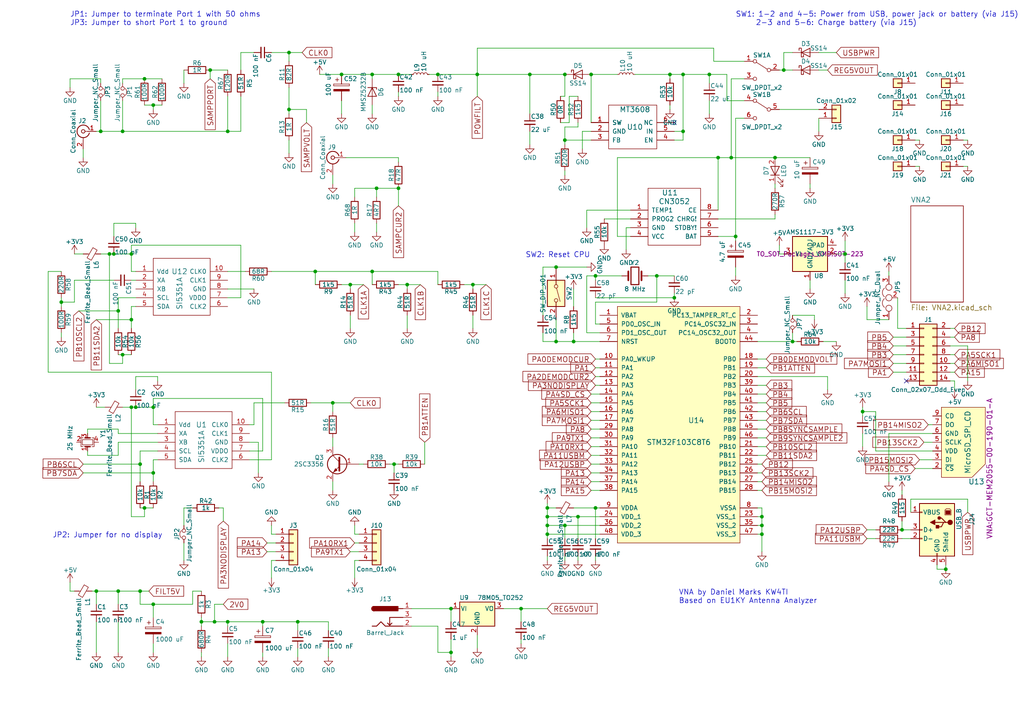
<source format=kicad_sch>
(kicad_sch (version 20211123) (generator eeschema)
  (paper "A4")
  (lib_symbols
    (symbol "VNA-rescue:+3V3" (power) (pin_names (offset 0))
      (property "Value" "+3V3" (at 0 3.556 0))
      (symbol "+3V3_1_1"
        (pin power_in line (at 0 0 90) (length 0) hide (name "+3V3") (number "1"))
      )
    )
    (symbol "VNA-rescue:+5V" (power) (pin_names (offset 0))
      (property "Value" "+5V" (at 0 3.556 0))
      (symbol "+5V_1_1"
        (pin power_in line (at 0 0 90) (length 0) hide (name "+5V") (number "1"))
      )
    )
    (symbol "VNA-rescue:AMS1117-3V3" (pin_names (offset 0.762))
      (property "Reference" "U" (at 2.54 -6.35 0))
      (property "Value" "AMS1117-3V3" (at 0 6.35 0))
      (symbol "AMS1117-3V3_1_1"
        (pin passive line (at 0 -7.62 90) (length 2.54) (name "GND/ADJ") (number "1"))
        (pin power_out line (at 7.62 0 180) (length 2.54) (name "VO") (number "2"))
        (pin power_in line (at -7.62 0 0) (length 2.54) (name "VI") (number "3"))
        (pin power_out line (at 7.62 2.54 180) (length 2.54) (name "PAD") (number "4"))
      )
    )
    (symbol "VNA-rescue:Barrel_Jack" (pin_names (offset 1.016))
      (property "Reference" "J" (at 0 5.334 0))
      (property "Value" "Barrel_Jack" (at 0 -4.445 0))
      (symbol "Barrel_Jack_1_1"
        (pin passive line (at 7.62 2.54 180) (length 2.54) (name "~") (number "1"))
        (pin passive line (at 7.62 -2.54 180) (length 2.54) (name "~") (number "2"))
        (pin passive line (at 7.62 0 180) (length 2.54) (name "~") (number "3"))
      )
    )
    (symbol "VNA-rescue:CN3052" (pin_names (offset 1.016))
      (property "Reference" "U" (at 0 0 0))
      (property "Value" "CN3052" (at 1.27 -2.54 0))
      (symbol "CN3052_1_1"
        (pin input line (at -11.43 -5.08 0) (length 5.08) (name "TEMP1") (number "1"))
        (pin input line (at -11.43 -7.62 0) (length 5.08) (name "PROG2") (number "2"))
        (pin input line (at -11.43 -10.16 0) (length 5.08) (name "GND") (number "3"))
        (pin input line (at -11.43 -12.7 0) (length 5.08) (name "VCC") (number "4"))
        (pin input line (at 13.97 -12.7 180) (length 5.08) (name "BAT") (number "5"))
        (pin input line (at 13.97 -10.16 180) (length 5.08) (name "STDBY!") (number "6"))
        (pin input line (at 13.97 -7.62 180) (length 5.08) (name "CHRG!") (number "7"))
        (pin input line (at 13.97 -5.08 180) (length 5.08) (name "CE") (number "8"))
      )
    )
    (symbol "VNA-rescue:CP" (pin_numbers hide) (pin_names (offset 0.254))
      (property "Reference" "C" (at 0.635 2.54 0))
      (property "Value" "CP" (at 0.635 -2.54 0))
      (symbol "CP_1_1"
        (pin passive line (at 0 3.81 270) (length 2.794) (name "~") (number "1"))
        (pin passive line (at 0 -3.81 90) (length 2.794) (name "~") (number "2"))
      )
    )
    (symbol "VNA-rescue:C_Small" (pin_numbers hide) (pin_names (offset 0.254) hide)
      (property "Reference" "C" (at 0.254 1.778 0))
      (property "Value" "C_Small" (at 0.254 -2.032 0))
      (symbol "C_Small_1_1"
        (pin passive line (at 0 2.54 270) (length 2.032) (name "~") (number "1"))
        (pin passive line (at 0 -2.54 90) (length 2.032) (name "~") (number "2"))
      )
    )
    (symbol "VNA-rescue:Conn_01x01" (pin_names (offset 1.016) hide)
      (property "Reference" "J" (at 0 2.54 0))
      (property "Value" "Conn_01x01" (at 0 -2.54 0))
      (symbol "Conn_01x01_1_1"
        (pin passive line (at -5.08 0 0) (length 3.81) (name "Pin_1") (number "1"))
      )
    )
    (symbol "VNA-rescue:Conn_01x02" (pin_names (offset 1.016) hide)
      (property "Reference" "J" (at 0 2.54 0))
      (property "Value" "Conn_01x02" (at 0 -5.08 0))
      (symbol "Conn_01x02_1_1"
        (pin passive line (at -5.08 0 0) (length 3.81) (name "Pin_1") (number "1"))
        (pin passive line (at -5.08 -2.54 0) (length 3.81) (name "Pin_2") (number "2"))
      )
    )
    (symbol "VNA-rescue:Conn_01x04" (pin_names (offset 1.016) hide)
      (property "Reference" "J" (at 0 5.08 0))
      (property "Value" "Conn_01x04" (at 0 -7.62 0))
      (symbol "Conn_01x04_1_1"
        (pin passive line (at -5.08 2.54 0) (length 3.81) (name "Pin_1") (number "1"))
        (pin passive line (at -5.08 0 0) (length 3.81) (name "Pin_2") (number "2"))
        (pin passive line (at -5.08 -2.54 0) (length 3.81) (name "Pin_3") (number "3"))
        (pin passive line (at -5.08 -5.08 0) (length 3.81) (name "Pin_4") (number "4"))
      )
    )
    (symbol "VNA-rescue:Conn_02x07_Odd_Even" (pin_names (offset 1.016) hide)
      (property "Reference" "J" (at 1.27 10.16 0))
      (property "Value" "Conn_02x07_Odd_Even" (at 1.27 -10.16 0))
      (symbol "Conn_02x07_Odd_Even_1_1"
        (pin passive line (at -5.08 7.62 0) (length 3.81) (name "Pin_1") (number "1"))
        (pin passive line (at 7.62 -2.54 180) (length 3.81) (name "Pin_10") (number "10"))
        (pin passive line (at -5.08 -5.08 0) (length 3.81) (name "Pin_11") (number "11"))
        (pin passive line (at 7.62 -5.08 180) (length 3.81) (name "Pin_12") (number "12"))
        (pin passive line (at -5.08 -7.62 0) (length 3.81) (name "Pin_13") (number "13"))
        (pin passive line (at 7.62 -7.62 180) (length 3.81) (name "Pin_14") (number "14"))
        (pin passive line (at 7.62 7.62 180) (length 3.81) (name "Pin_2") (number "2"))
        (pin passive line (at -5.08 5.08 0) (length 3.81) (name "Pin_3") (number "3"))
        (pin passive line (at 7.62 5.08 180) (length 3.81) (name "Pin_4") (number "4"))
        (pin passive line (at -5.08 2.54 0) (length 3.81) (name "Pin_5") (number "5"))
        (pin passive line (at 7.62 2.54 180) (length 3.81) (name "Pin_6") (number "6"))
        (pin passive line (at -5.08 0 0) (length 3.81) (name "Pin_7") (number "7"))
        (pin passive line (at 7.62 0 180) (length 3.81) (name "Pin_8") (number "8"))
        (pin passive line (at -5.08 -2.54 0) (length 3.81) (name "Pin_9") (number "9"))
      )
    )
    (symbol "VNA-rescue:Conn_Coaxial" (pin_names (offset 1.016) hide)
      (property "Reference" "J" (at 0.254 3.048 0))
      (property "Value" "Conn_Coaxial" (at 2.921 0 90))
      (symbol "Conn_Coaxial_1_1"
        (pin passive line (at -3.81 0 0) (length 2.54) (name "In") (number "1"))
        (pin passive line (at 0 -5.08 90) (length 2.54) (name "Ext") (number "2"))
      )
    )
    (symbol "VNA-rescue:Crystal" (pin_numbers hide) (pin_names (offset 1.016) hide)
      (property "Reference" "Y" (at 0 3.81 0))
      (property "Value" "Crystal" (at 0 -3.81 0))
      (symbol "Crystal_1_1"
        (pin passive line (at -3.81 0 0) (length 1.27) (name "1") (number "1"))
        (pin passive line (at 3.81 0 180) (length 1.27) (name "2") (number "2"))
      )
    )
    (symbol "VNA-rescue:Crystal_GND24_Small" (pin_names (offset 1.016) hide)
      (property "Reference" "Y" (at 1.27 4.445 0))
      (property "Value" "Crystal_GND24_Small" (at 1.27 2.54 0))
      (symbol "Crystal_GND24_Small_1_1"
        (pin passive line (at -2.54 0 0) (length 1.27) (name "1") (number "1"))
        (pin passive line (at 0 -3.175 90) (length 1.27) (name "2") (number "2"))
        (pin passive line (at 2.54 0 180) (length 1.27) (name "3") (number "3"))
        (pin passive line (at 0 3.175 270) (length 1.27) (name "4") (number "4"))
      )
    )
    (symbol "VNA-rescue:D_Schottky" (pin_numbers hide) (pin_names (offset 1.016) hide)
      (property "Reference" "D" (at 0 2.54 0))
      (property "Value" "D_Schottky" (at 0 -2.54 0))
      (symbol "D_Schottky_1_1"
        (pin passive line (at -3.81 0 0) (length 2.54) (name "K") (number "1"))
        (pin passive line (at 3.81 0 180) (length 2.54) (name "A") (number "2"))
      )
    )
    (symbol "VNA-rescue:D_Zener" (pin_numbers hide) (pin_names (offset 1.016) hide)
      (property "Reference" "D" (at 0 2.54 0))
      (property "Value" "D_Zener" (at 0 -2.54 0))
      (symbol "D_Zener_1_1"
        (pin passive line (at -3.81 0 0) (length 2.54) (name "K") (number "1"))
        (pin passive line (at 3.81 0 180) (length 2.54) (name "A") (number "2"))
      )
    )
    (symbol "VNA-rescue:Ferrite_Bead_Small" (pin_numbers hide) (pin_names (offset 0))
      (property "Reference" "L" (at 1.905 1.27 0))
      (property "Value" "Ferrite_Bead_Small" (at 1.905 -1.27 0))
      (symbol "Ferrite_Bead_Small_1_1"
        (pin passive line (at 0 2.54 270) (length 1.27) (name "~") (number "1"))
        (pin passive line (at 0 -2.54 90) (length 1.27) (name "~") (number "2"))
      )
    )
    (symbol "VNA-rescue:GND" (power) (pin_names (offset 0))
      (property "Value" "GND" (at 0 -3.81 0))
      (symbol "GND_1_1"
        (pin power_in line (at 0 0 270) (length 0) hide (name "GND") (number "1"))
      )
    )
    (symbol "VNA-rescue:Jumper_NC_Dual" (pin_names (offset 0.762) hide)
      (property "Reference" "JP" (at 1.27 -2.54 0))
      (property "Value" "Jumper_NC_Dual" (at 0 2.54 0))
      (symbol "Jumper_NC_Dual_0_1"
        (pin passive line (at -6.35 0 0) (length 2.413) (name "1") (number "1"))
        (pin passive line (at 0 -2.54 90) (length 1.524) (name "2") (number "2"))
        (pin passive line (at 6.35 0 180) (length 2.413) (name "3") (number "3"))
      )
    )
    (symbol "VNA-rescue:Jumper_NC_Small" (pin_numbers hide) (pin_names (offset 0.762) hide)
      (property "Reference" "JP" (at 0 2.032 0))
      (property "Value" "Jumper_NC_Small" (at 0.254 -1.524 0))
      (symbol "Jumper_NC_Small_0_1"
        (pin passive line (at -2.54 0 0) (length 1.016) (name "1") (number "1"))
        (pin passive line (at 2.54 0 180) (length 1.016) (name "2") (number "2"))
      )
    )
    (symbol "VNA-rescue:LED" (pin_names (offset 1.016) hide)
      (property "Reference" "D" (at 0 2.54 0))
      (property "Value" "LED" (at 0 -2.54 0))
      (symbol "LED_1_1"
        (pin passive line (at -3.81 0 0) (length 2.54) (name "K") (number "1"))
        (pin passive line (at 3.81 0 180) (length 2.54) (name "A") (number "2"))
      )
    )
    (symbol "VNA-rescue:LM7805_TO220" (pin_names (offset 0.254))
      (property "Reference" "U" (at -3.81 3.175 0))
      (property "Value" "LM7805_TO220" (at 0 3.175 0))
      (symbol "LM7805_TO220_1_1"
        (pin power_in line (at -7.62 0 0) (length 2.54) (name "VI") (number "1"))
        (pin power_in line (at 0 -7.62 90) (length 2.54) (name "GND") (number "2"))
        (pin power_out line (at 7.62 0 180) (length 2.54) (name "VO") (number "3"))
      )
    )
    (symbol "VNA-rescue:L_Small" (pin_numbers hide) (pin_names (offset 0.254) hide)
      (property "Reference" "L" (at 0.762 1.016 0))
      (property "Value" "L_Small" (at 0.762 -1.016 0))
      (symbol "L_Small_1_1"
        (pin passive line (at 0 2.54 270) (length 0.508) (name "~") (number "1"))
        (pin passive line (at 0 -2.54 90) (length 0.508) (name "~") (number "2"))
      )
    )
    (symbol "VNA-rescue:MMBT3904" (pin_names (offset 0) hide)
      (property "Reference" "Q" (at 5.08 1.905 0))
      (property "Value" "MMBT3904" (at 5.08 0 0))
      (symbol "MMBT3904_1_1"
        (pin input line (at -5.08 0 0) (length 5.715) (name "B") (number "1"))
        (pin passive line (at 2.54 -5.08 90) (length 2.54) (name "E") (number "2"))
        (pin passive line (at 2.54 5.08 270) (length 2.54) (name "C") (number "3"))
      )
    )
    (symbol "VNA-rescue:MT3608" (pin_names (offset 1.016))
      (property "Reference" "U" (at -1.27 -3.81 0))
      (property "Value" "MT3608" (at -1.27 1.27 0))
      (symbol "MT3608_1_1"
        (pin input line (at -13.97 -2.54 0) (length 5.08) (name "SW") (number "1"))
        (pin input line (at -13.97 -2.54 0) (length 5.08) (name "SW") (number "1"))
        (pin input line (at -13.97 -5.08 0) (length 5.08) (name "GND") (number "2"))
        (pin input line (at -13.97 -7.62 0) (length 5.08) (name "FB") (number "3"))
        (pin input line (at 10.16 -7.62 180) (length 5.08) (name "EN") (number "4"))
        (pin input line (at 10.16 -5.08 180) (length 5.08) (name "IN") (number "5"))
        (pin input line (at 10.16 -2.54 180) (length 5.08) (name "NC") (number "6"))
      )
    )
    (symbol "VNA-rescue:MicroSD_SPI_CD" (pin_names (offset 1.016))
      (property "Reference" "U" (at 0 11.43 0))
      (property "Value" "MicroSD_SPI_CD" (at -1.27 0 90))
      (symbol "MicroSD_SPI_CD_1_1"
        (pin input line (at 8.89 7.62 180) (length 2.54) (name "~{CS}") (number "2"))
        (pin input line (at 8.89 5.08 180) (length 2.54) (name "DI") (number "3"))
        (pin input line (at 8.89 2.54 180) (length 2.54) (name "VDD") (number "4"))
        (pin input line (at 8.89 0 180) (length 2.54) (name "SCLK") (number "5"))
        (pin input line (at 8.89 -2.54 180) (length 2.54) (name "GND") (number "6"))
        (pin input line (at 8.89 -5.08 180) (length 2.54) (name "DO") (number "7"))
        (pin input line (at 8.89 -7.62 180) (length 2.54) (name "CD") (number "9"))
      )
    )
    (symbol "VNA-rescue:R" (pin_numbers hide) (pin_names (offset 0))
      (property "Reference" "R" (at 2.032 0 90))
      (property "Value" "R" (at 0 0 90))
      (symbol "R_1_1"
        (pin passive line (at 0 3.81 270) (length 1.27) (name "~") (number "1"))
        (pin passive line (at 0 -3.81 90) (length 1.27) (name "~") (number "2"))
      )
    )
    (symbol "VNA-rescue:SI5351A" (pin_names (offset 1.016))
      (property "Reference" "U" (at 1.27 1.27 0))
      (property "Value" "SI5351A" (at 1.27 -5.08 90))
      (symbol "SI5351A_1_1"
        (pin input line (at -11.43 1.27 0) (length 5.08) (name "Vdd") (number "1"))
        (pin input line (at 15.24 1.27 180) (length 5.08) (name "CLK0") (number "10"))
        (pin input line (at -11.43 -1.27 0) (length 5.08) (name "XA") (number "2"))
        (pin input line (at -11.43 -3.81 0) (length 5.08) (name "XB") (number "3"))
        (pin input line (at -11.43 -6.35 0) (length 5.08) (name "SCL") (number "4"))
        (pin input line (at -11.43 -8.89 0) (length 5.08) (name "SDA") (number "5"))
        (pin input line (at 15.24 -8.89 180) (length 5.08) (name "CLK2") (number "6"))
        (pin input line (at 15.24 -6.35 180) (length 5.08) (name "VDDO") (number "7"))
        (pin input line (at 15.24 -3.81 180) (length 5.08) (name "GND") (number "8"))
        (pin input line (at 15.24 -1.27 180) (length 5.08) (name "CLK1") (number "9"))
      )
    )
    (symbol "VNA-rescue:STM32F103C8T6" (pin_names (offset 1.016))
      (property "Reference" "U" (at 5.08 0 0))
      (property "Value" "STM32F103C8T6" (at 0 0 0))
      (symbol "STM32F103C8T6_1_1"
        (pin power_in line (at -22.86 30.48 0) (length 5.08) (name "VBAT") (number "1"))
        (pin bidirectional line (at -22.86 17.78 0) (length 5.08) (name "PA0_WKUP") (number "10"))
        (pin bidirectional line (at -22.86 15.24 0) (length 5.08) (name "PA1") (number "11"))
        (pin bidirectional line (at -22.86 12.7 0) (length 5.08) (name "PA2") (number "12"))
        (pin bidirectional line (at -22.86 10.16 0) (length 5.08) (name "PA3") (number "13"))
        (pin bidirectional line (at -22.86 7.62 0) (length 5.08) (name "PA4") (number "14"))
        (pin bidirectional line (at -22.86 5.08 0) (length 5.08) (name "PA5") (number "15"))
        (pin bidirectional line (at -22.86 2.54 0) (length 5.08) (name "PA6") (number "16"))
        (pin bidirectional line (at -22.86 0 0) (length 5.08) (name "PA7") (number "17"))
        (pin bidirectional line (at 22.86 17.78 180) (length 5.08) (name "PB0") (number "18"))
        (pin bidirectional line (at 22.86 15.24 180) (length 5.08) (name "PB1") (number "19"))
        (pin bidirectional line (at 22.86 30.48 180) (length 5.08) (name "PC13_TAMPER_RT_C") (number "2"))
        (pin bidirectional line (at 22.86 12.7 180) (length 5.08) (name "PB2") (number "20"))
        (pin bidirectional line (at 22.86 -7.62 180) (length 5.08) (name "PB10") (number "21"))
        (pin bidirectional line (at 22.86 -10.16 180) (length 5.08) (name "PB11") (number "22"))
        (pin power_in line (at 22.86 -27.94 180) (length 5.08) (name "VSS_1") (number "23"))
        (pin power_in line (at -22.86 -27.94 0) (length 5.08) (name "VDD_1") (number "24"))
        (pin bidirectional line (at 22.86 -12.7 180) (length 5.08) (name "PB12") (number "25"))
        (pin bidirectional line (at 22.86 -15.24 180) (length 5.08) (name "PB13") (number "26"))
        (pin bidirectional line (at 22.86 -17.78 180) (length 5.08) (name "PB14") (number "27"))
        (pin bidirectional line (at 22.86 -20.32 180) (length 5.08) (name "PB15") (number "28"))
        (pin bidirectional line (at -22.86 -2.54 0) (length 5.08) (name "PA8") (number "29"))
        (pin bidirectional line (at 22.86 27.94 180) (length 5.08) (name "PC14_OSC32_IN") (number "3"))
        (pin bidirectional line (at -22.86 -5.08 0) (length 5.08) (name "PA9") (number "30"))
        (pin bidirectional line (at -22.86 -7.62 0) (length 5.08) (name "PA10") (number "31"))
        (pin bidirectional line (at -22.86 -10.16 0) (length 5.08) (name "PA11") (number "32"))
        (pin bidirectional line (at -22.86 -12.7 0) (length 5.08) (name "PA12") (number "33"))
        (pin bidirectional line (at -22.86 -15.24 0) (length 5.08) (name "PA13") (number "34"))
        (pin power_in line (at 22.86 -30.48 180) (length 5.08) (name "VSS_2") (number "35"))
        (pin power_in line (at -22.86 -30.48 0) (length 5.08) (name "VDD_2") (number "36"))
        (pin power_in line (at -22.86 -17.78 0) (length 5.08) (name "PA14") (number "37"))
        (pin power_in line (at -22.86 -20.32 0) (length 5.08) (name "PA15") (number "38"))
        (pin bidirectional line (at 22.86 10.16 180) (length 5.08) (name "PB3") (number "39"))
        (pin bidirectional line (at 22.86 25.4 180) (length 5.08) (name "PC14_OSC32_OUT") (number "4"))
        (pin bidirectional line (at 22.86 7.62 180) (length 5.08) (name "PB4") (number "40"))
        (pin bidirectional line (at 22.86 5.08 180) (length 5.08) (name "PB5") (number "41"))
        (pin bidirectional line (at 22.86 2.54 180) (length 5.08) (name "PB6") (number "42"))
        (pin bidirectional line (at 22.86 0 180) (length 5.08) (name "PB7") (number "43"))
        (pin power_in line (at 22.86 22.86 180) (length 5.08) (name "BOOT0") (number "44"))
        (pin bidirectional line (at 22.86 -2.54 180) (length 5.08) (name "PB8") (number "45"))
        (pin bidirectional line (at 22.86 -5.08 180) (length 5.08) (name "PB9") (number "46"))
        (pin power_in line (at 22.86 -33.02 180) (length 5.08) (name "VSS_3") (number "47"))
        (pin power_in line (at -22.86 -33.02 0) (length 5.08) (name "VDD_3") (number "48"))
        (pin input line (at -22.86 27.94 0) (length 5.08) (name "PD0_OSC_IN") (number "5"))
        (pin output line (at -22.86 25.4 0) (length 5.08) (name "PD1_OSC_OUT") (number "6"))
        (pin bidirectional line (at -22.86 22.86 0) (length 5.08) (name "NRST") (number "7"))
        (pin power_in line (at 22.86 -25.4 180) (length 5.08) (name "VSSA") (number "8"))
        (pin power_in line (at -22.86 -25.4 0) (length 5.08) (name "VDDA") (number "9"))
      )
    )
    (symbol "VNA-rescue:SW_DIP_x01" (pin_names (offset 0) hide)
      (property "Reference" "SW" (at 0 3.81 0))
      (property "Value" "SW_DIP_x01" (at 0 -3.81 0))
      (symbol "SW_DIP_x01_1_1"
        (pin passive line (at -7.62 0 0) (length 5.08) (name "~") (number "1"))
        (pin passive line (at 7.62 0 180) (length 5.08) (name "~") (number "2"))
      )
    )
    (symbol "VNA-rescue:SW_DPDT_x2" (pin_names (offset 0) hide)
      (property "Reference" "SW" (at 0 4.318 0))
      (property "Value" "SW_DPDT_x2" (at 0 -5.08 0))
      (symbol "SW_DPDT_x2_1_1"
        (pin passive line (at 5.08 2.54 180) (length 2.54) (name "A") (number "1"))
        (pin passive line (at -5.08 0 0) (length 2.54) (name "B") (number "2"))
        (pin passive line (at 5.08 -2.54 180) (length 2.54) (name "C") (number "3"))
      )
      (symbol "SW_DPDT_x2_2_1"
        (pin passive line (at 5.08 2.54 180) (length 2.54) (name "A") (number "4"))
        (pin passive line (at -5.08 0 0) (length 2.54) (name "B") (number "5"))
        (pin passive line (at 5.08 -2.54 180) (length 2.54) (name "C") (number "6"))
      )
    )
    (symbol "VNA-rescue:USB_B" (pin_names (offset 1.016))
      (property "Reference" "J" (at -5.08 11.43 0))
      (property "Value" "USB_B" (at -5.08 8.89 0))
      (symbol "USB_B_1_1"
        (pin power_out line (at 7.62 5.08 180) (length 2.54) (name "VBUS") (number "1"))
        (pin passive line (at 7.62 -2.54 180) (length 2.54) (name "D-") (number "2"))
        (pin passive line (at 7.62 0 180) (length 2.54) (name "D+") (number "3"))
        (pin power_out line (at 0 -10.16 90) (length 2.54) (name "GND") (number "4"))
        (pin passive line (at -2.54 -10.16 90) (length 2.54) (name "Shield") (number "5"))
      )
    )
  )
  (junction (at 158.75 147.32))
  (junction (at 153.67 21.59))
  (junction (at 40.64 134.62))
  (junction (at 158.75 154.94))
  (junction (at 38.1 92.71))
  (junction (at 60.96 20.32))
  (junction (at 44.45 175.26))
  (junction (at 190.5 80.01))
  (junction (at 44.45 137.16))
  (junction (at 66.04 38.1))
  (junction (at 212.09 45.72))
  (junction (at 163.83 21.59))
  (junction (at 167.64 149.86))
  (junction (at 29.21 38.1))
  (junction (at 195.58 86.36))
  (junction (at 151.13 176.53))
  (junction (at 261.62 153.67))
  (junction (at 101.6 82.55))
  (junction (at 137.16 82.55))
  (junction (at 163.83 40.64))
  (junction (at 109.22 54.61))
  (junction (at 31.75 73.66))
  (junction (at 83.82 31.75))
  (junction (at 245.11 73.66))
  (junction (at 17.78 87.63))
  (junction (at 99.06 21.59))
  (junction (at 114.3 134.62))
  (junction (at 250.19 119.38))
  (junction (at 220.98 154.94))
  (junction (at 107.95 78.74))
  (junction (at 40.64 171.45))
  (junction (at 35.56 102.87))
  (junction (at 27.94 171.45))
  (junction (at 172.72 80.01))
  (junction (at 208.28 45.72))
  (junction (at 34.29 90.17))
  (junction (at 44.45 30.48))
  (junction (at 229.87 99.06))
  (junction (at 44.45 118.11))
  (junction (at 127 21.59))
  (junction (at 274.32 165.1))
  (junction (at 115.57 21.59))
  (junction (at 158.75 152.4))
  (junction (at 66.04 180.34))
  (junction (at 34.29 171.45))
  (junction (at 58.42 180.34))
  (junction (at 205.74 21.59))
  (junction (at 171.45 21.59))
  (junction (at 130.81 176.53))
  (junction (at 172.72 147.32))
  (junction (at 118.11 82.55))
  (junction (at 41.91 22.86))
  (junction (at 91.44 78.74))
  (junction (at 96.52 116.84))
  (junction (at 86.36 180.34))
  (junction (at 198.12 38.1))
  (junction (at 138.43 21.59))
  (junction (at 38.1 73.66))
  (junction (at 115.57 54.61))
  (junction (at 163.83 152.4))
  (junction (at 83.82 15.24))
  (junction (at 161.29 99.06))
  (junction (at 220.98 152.4))
  (junction (at 107.95 21.59))
  (junction (at 198.12 21.59))
  (junction (at 62.23 180.34))
  (junction (at 130.81 189.23))
  (junction (at 224.79 45.72))
  (junction (at 41.91 147.32))
  (junction (at 161.29 77.47))
  (junction (at 194.31 21.59))
  (junction (at 76.2 180.34))
  (junction (at 166.37 99.06))
  (junction (at 213.36 68.58))
  (junction (at 39.37 118.11))
  (junction (at 158.75 149.86))
  (junction (at 38.1 118.11))
  (junction (at 227.33 20.32))
  (junction (at 220.98 149.86))
  (junction (at 33.02 73.66))
  (junction (at 35.56 38.1))
  (no_connect (at 262.89 110.49))
  (no_connect (at 195.58 35.56))
  (wire (pts (xy 172.72 80.01) (xy 180.34 80.01)))
  (wire (pts (xy 190.5 87.63) (xy 172.72 87.63)))
  (wire (pts (xy 257.81 125.73) (xy 270.51 125.73)))
  (wire (pts (xy 260.35 95.25) (xy 260.35 86.36)))
  (wire (pts (xy 73.66 123.19) (xy 73.66 116.84)))
  (wire (pts (xy 208.28 60.96) (xy 208.28 45.72)))
  (wire (pts (xy 242.57 73.66) (xy 245.11 73.66)))
  (wire (pts (xy 35.56 22.86) (xy 41.91 22.86)))
  (wire (pts (xy 40.64 130.81) (xy 40.64 134.62)))
  (wire (pts (xy 280.67 144.78) (xy 280.67 148.59)))
  (wire (pts (xy 222.25 129.54) (xy 219.71 129.54)))
  (wire (pts (xy 99.06 21.59) (xy 107.95 21.59)))
  (wire (pts (xy 102.87 152.4) (xy 102.87 154.94)))
  (wire (pts (xy 21.59 87.63) (xy 17.78 87.63)))
  (wire (pts (xy 137.16 95.25) (xy 137.16 91.44)))
  (wire (pts (xy 171.45 21.59) (xy 179.07 21.59)))
  (wire (pts (xy 158.75 149.86) (xy 158.75 152.4)))
  (wire (pts (xy 271.78 165.1) (xy 274.32 165.1)))
  (wire (pts (xy 35.56 38.1) (xy 66.04 38.1)))
  (wire (pts (xy 44.45 118.11) (xy 44.45 123.19)))
  (wire (pts (xy 29.21 29.21) (xy 29.21 38.1)))
  (wire (pts (xy 276.86 95.25) (xy 275.59 95.25)))
  (wire (pts (xy 261.62 156.21) (xy 264.16 156.21)))
  (wire (pts (xy 220.98 139.7) (xy 219.71 139.7)))
  (wire (pts (xy 27.94 189.23) (xy 27.94 180.34)))
  (wire (pts (xy 53.34 162.56) (xy 53.34 157.48)))
  (wire (pts (xy 44.45 179.07) (xy 44.45 175.26)))
  (wire (pts (xy 222.25 121.92) (xy 219.71 121.92)))
  (wire (pts (xy 138.43 13.97) (xy 138.43 21.59)))
  (wire (pts (xy 222.25 132.08) (xy 219.71 132.08)))
  (wire (pts (xy 41.91 30.48) (xy 44.45 30.48)))
  (wire (pts (xy 76.2 180.34) (xy 86.36 180.34)))
  (wire (pts (xy 38.1 78.74) (xy 39.37 78.74)))
  (wire (pts (xy 114.3 134.62) (xy 114.3 137.16)))
  (wire (pts (xy 127 189.23) (xy 130.81 189.23)))
  (wire (pts (xy 102.87 162.56) (xy 104.14 162.56)))
  (wire (pts (xy 33.02 81.28) (xy 21.59 81.28)))
  (wire (pts (xy 83.82 15.24) (xy 87.63 15.24)))
  (wire (pts (xy 167.64 149.86) (xy 173.99 149.86)))
  (wire (pts (xy 229.87 96.52) (xy 229.87 99.06)))
  (wire (pts (xy 166.37 83.82) (xy 166.37 88.9)))
  (wire (pts (xy 229.87 99.06) (xy 231.14 99.06)))
  (wire (pts (xy 27.94 175.26) (xy 27.94 171.45)))
  (wire (pts (xy 29.21 73.66) (xy 31.75 73.66)))
  (wire (pts (xy 24.13 134.62) (xy 40.64 134.62)))
  (wire (pts (xy 220.98 154.94) (xy 220.98 160.02)))
  (wire (pts (xy 25.4 125.73) (xy 25.4 124.46)))
  (wire (pts (xy 205.74 21.59) (xy 205.74 24.13)))
  (wire (pts (xy 205.74 29.21) (xy 205.74 33.02)))
  (wire (pts (xy 62.23 180.34) (xy 66.04 180.34)))
  (wire (pts (xy 44.45 31.75) (xy 44.45 30.48)))
  (wire (pts (xy 151.13 176.53) (xy 151.13 180.34)))
  (wire (pts (xy 35.56 29.21) (xy 35.56 38.1)))
  (wire (pts (xy 33.02 64.77) (xy 39.37 64.77)))
  (wire (pts (xy 86.36 180.34) (xy 86.36 182.88)))
  (wire (pts (xy 78.74 15.24) (xy 83.82 15.24)))
  (wire (pts (xy 276.86 102.87) (xy 275.59 102.87)))
  (wire (pts (xy 187.96 80.01) (xy 190.5 80.01)))
  (wire (pts (xy 62.23 180.34) (xy 62.23 175.26)))
  (wire (pts (xy 101.6 82.55) (xy 105.41 82.55)))
  (wire (pts (xy 31.75 105.41) (xy 31.75 73.66)))
  (wire (pts (xy 224.79 62.23) (xy 224.79 63.5)))
  (wire (pts (xy 262.89 105.41) (xy 259.08 105.41)))
  (wire (pts (xy 41.91 22.86) (xy 46.99 22.86)))
  (wire (pts (xy 76.2 130.81) (xy 76.2 115.57)))
  (wire (pts (xy 276.86 97.79) (xy 275.59 97.79)))
  (wire (pts (xy 210.82 21.59) (xy 210.82 29.21)))
  (wire (pts (xy 127 27.94) (xy 127 26.67)))
  (wire (pts (xy 40.64 171.45) (xy 40.64 175.26)))
  (wire (pts (xy 222.25 124.46) (xy 219.71 124.46)))
  (wire (pts (xy 118.11 82.55) (xy 118.11 83.82)))
  (wire (pts (xy 190.5 80.01) (xy 190.5 87.63)))
  (wire (pts (xy 107.95 33.02) (xy 107.95 30.48)))
  (wire (pts (xy 280.67 100.33) (xy 275.59 100.33)))
  (wire (pts (xy 179.07 68.58) (xy 182.88 68.58)))
  (wire (pts (xy 38.1 149.86) (xy 38.1 118.11)))
  (wire (pts (xy 78.74 154.94) (xy 80.01 154.94)))
  (wire (pts (xy 261.62 142.24) (xy 261.62 143.51)))
  (wire (pts (xy 100.33 45.72) (xy 115.57 45.72)))
  (wire (pts (xy 86.36 190.5) (xy 86.36 187.96)))
  (wire (pts (xy 107.95 21.59) (xy 115.57 21.59)))
  (wire (pts (xy 39.37 118.11) (xy 44.45 118.11)))
  (wire (pts (xy 83.82 31.75) (xy 88.9 31.75)))
  (wire (pts (xy 172.72 147.32) (xy 173.99 147.32)))
  (wire (pts (xy 34.29 128.27) (xy 45.72 128.27)))
  (wire (pts (xy 153.67 21.59) (xy 153.67 33.02)))
  (wire (pts (xy 163.83 27.94) (xy 162.56 27.94)))
  (wire (pts (xy 213.36 68.58) (xy 208.28 68.58)))
  (wire (pts (xy 41.91 147.32) (xy 41.91 149.86)))
  (wire (pts (xy 138.43 187.96) (xy 138.43 184.15)))
  (wire (pts (xy 20.32 171.45) (xy 21.59 171.45)))
  (wire (pts (xy 66.04 180.34) (xy 76.2 180.34)))
  (wire (pts (xy 222.25 104.14) (xy 219.71 104.14)))
  (wire (pts (xy 165.1 27.94) (xy 167.64 27.94)))
  (wire (pts (xy 224.79 53.34) (xy 224.79 54.61)))
  (wire (pts (xy 264.16 153.67) (xy 261.62 153.67)))
  (wire (pts (xy 173.99 109.22) (xy 172.72 109.22)))
  (wire (pts (xy 279.4 48.26) (xy 280.67 48.26)))
  (wire (pts (xy 34.29 125.73) (xy 45.72 125.73)))
  (wire (pts (xy 173.99 124.46) (xy 171.45 124.46)))
  (wire (pts (xy 226.06 20.32) (xy 227.33 20.32)))
  (wire (pts (xy 38.1 118.11) (xy 39.37 118.11)))
  (wire (pts (xy 22.86 90.17) (xy 34.29 90.17)))
  (wire (pts (xy 219.71 99.06) (xy 229.87 99.06)))
  (wire (pts (xy 83.82 44.45) (xy 83.82 40.64)))
  (wire (pts (xy 114.3 134.62) (xy 115.57 134.62)))
  (wire (pts (xy 166.37 96.52) (xy 166.37 99.06)))
  (wire (pts (xy 279.4 40.64) (xy 280.67 40.64)))
  (wire (pts (xy 158.75 152.4) (xy 163.83 152.4)))
  (wire (pts (xy 83.82 25.4) (xy 83.82 31.75)))
  (wire (pts (xy 115.57 54.61) (xy 115.57 59.69)))
  (wire (pts (xy 276.86 105.41) (xy 275.59 105.41)))
  (wire (pts (xy 55.88 171.45) (xy 58.42 171.45)))
  (wire (pts (xy 39.37 113.03) (xy 39.37 109.22)))
  (wire (pts (xy 254 156.21) (xy 251.46 156.21)))
  (wire (pts (xy 222.25 127) (xy 219.71 127)))
  (wire (pts (xy 261.62 153.67) (xy 261.62 151.13)))
  (wire (pts (xy 158.75 146.05) (xy 158.75 147.32)))
  (wire (pts (xy 254 153.67) (xy 251.46 153.67)))
  (wire (pts (xy 262.89 100.33) (xy 259.08 100.33)))
  (wire (pts (xy 226.06 71.12) (xy 226.06 73.66)))
  (wire (pts (xy 62.23 175.26) (xy 64.77 175.26)))
  (wire (pts (xy 124.46 21.59) (xy 127 21.59)))
  (wire (pts (xy 118.11 82.55) (xy 121.92 82.55)))
  (wire (pts (xy 40.64 171.45) (xy 43.18 171.45)))
  (wire (pts (xy 158.75 154.94) (xy 158.75 156.21)))
  (wire (pts (xy 102.87 154.94) (xy 104.14 154.94)))
  (wire (pts (xy 38.1 71.12) (xy 38.1 73.66)))
  (wire (pts (xy 29.21 38.1) (xy 35.56 38.1)))
  (wire (pts (xy 173.99 114.3) (xy 171.45 114.3)))
  (wire (pts (xy 250.19 129.54) (xy 250.19 125.73)))
  (wire (pts (xy 173.99 129.54) (xy 171.45 129.54)))
  (wire (pts (xy 107.95 22.86) (xy 107.95 21.59)))
  (wire (pts (xy 130.81 189.23) (xy 130.81 190.5)))
  (wire (pts (xy 172.72 86.36) (xy 195.58 86.36)))
  (wire (pts (xy 240.03 20.32) (xy 237.49 20.32)))
  (wire (pts (xy 38.1 88.9) (xy 38.1 92.71)))
  (wire (pts (xy 119.38 176.53) (xy 130.81 176.53)))
  (wire (pts (xy 198.12 40.64) (xy 195.58 40.64)))
  (wire (pts (xy 34.29 180.34) (xy 34.29 189.23)))
  (wire (pts (xy 170.18 66.04) (xy 170.18 60.96)))
  (wire (pts (xy 66.04 186.69) (xy 66.04 190.5)))
  (wire (pts (xy 171.45 142.24) (xy 173.99 142.24)))
  (wire (pts (xy 251.46 88.9) (xy 251.46 92.71)))
  (wire (pts (xy 40.64 134.62) (xy 40.64 139.7)))
  (wire (pts (xy 153.67 21.59) (xy 163.83 21.59)))
  (wire (pts (xy 66.04 83.82) (xy 73.66 83.82)))
  (wire (pts (xy 167.64 162.56) (xy 167.64 161.29)))
  (wire (pts (xy 224.79 63.5) (xy 208.28 63.5)))
  (wire (pts (xy 254 119.38) (xy 254 130.81)))
  (wire (pts (xy 45.72 109.22) (xy 45.72 110.49)))
  (wire (pts (xy 95.25 180.34) (xy 95.25 182.88)))
  (wire (pts (xy 40.64 130.81) (xy 45.72 130.81)))
  (wire (pts (xy 254 130.81) (xy 270.51 130.81)))
  (wire (pts (xy 276.86 107.95) (xy 275.59 107.95)))
  (wire (pts (xy 35.56 105.41) (xy 31.75 105.41)))
  (wire (pts (xy 227.33 15.24) (xy 229.87 15.24)))
  (wire (pts (xy 35.56 22.86) (xy 35.56 24.13)))
  (wire (pts (xy 220.98 147.32) (xy 220.98 149.86)))
  (wire (pts (xy 170.18 60.96) (xy 182.88 60.96)))
  (wire (pts (xy 190.5 80.01) (xy 195.58 80.01)))
  (wire (pts (xy 173.99 106.68) (xy 172.72 106.68)))
  (wire (pts (xy 35.56 118.11) (xy 38.1 118.11)))
  (wire (pts (xy 102.87 67.31) (xy 102.87 64.77)))
  (wire (pts (xy 24.13 137.16) (xy 44.45 137.16)))
  (wire (pts (xy 212.09 45.72) (xy 224.79 45.72)))
  (wire (pts (xy 234.95 54.61) (xy 234.95 53.34)))
  (wire (pts (xy 27.94 92.71) (xy 38.1 92.71)))
  (wire (pts (xy 236.22 91.44) (xy 229.87 91.44)))
  (wire (pts (xy 101.6 95.25) (xy 101.6 91.44)))
  (wire (pts (xy 173.99 134.62) (xy 171.45 134.62)))
  (wire (pts (xy 78.74 78.74) (xy 91.44 78.74)))
  (wire (pts (xy 96.52 119.38) (xy 96.52 116.84)))
  (wire (pts (xy 151.13 185.42) (xy 151.13 186.69)))
  (wire (pts (xy 76.2 115.57) (xy 44.45 115.57)))
  (wire (pts (xy 220.98 149.86) (xy 219.71 149.86)))
  (wire (pts (xy 151.13 176.53) (xy 158.75 176.53)))
  (wire (pts (xy 179.07 45.72) (xy 179.07 68.58)))
  (wire (pts (xy 265.43 48.26) (xy 266.7 48.26)))
  (wire (pts (xy 222.25 116.84) (xy 219.71 116.84)))
  (wire (pts (xy 83.82 31.75) (xy 83.82 33.02)))
  (wire (pts (xy 257.81 78.74) (xy 257.81 80.01)))
  (wire (pts (xy 38.1 92.71) (xy 38.1 95.25)))
  (wire (pts (xy 276.86 110.49) (xy 275.59 110.49)))
  (wire (pts (xy 207.01 17.78) (xy 215.9 17.78)))
  (wire (pts (xy 245.11 73.66) (xy 245.11 76.2)))
  (wire (pts (xy 13.97 78.74) (xy 17.78 78.74)))
  (wire (pts (xy 20.32 22.86) (xy 29.21 22.86)))
  (wire (pts (xy 166.37 147.32) (xy 172.72 147.32)))
  (wire (pts (xy 163.83 36.83) (xy 163.83 40.64)))
  (wire (pts (xy 71.12 78.74) (xy 66.04 78.74)))
  (wire (pts (xy 109.22 57.15) (xy 109.22 54.61)))
  (wire (pts (xy 220.98 152.4) (xy 220.98 154.94)))
  (wire (pts (xy 250.19 118.11) (xy 250.19 119.38)))
  (wire (pts (xy 127 181.61) (xy 119.38 181.61)))
  (wire (pts (xy 240.03 113.03) (xy 240.03 109.22)))
  (wire (pts (xy 20.32 22.86) (xy 20.32 25.4)))
  (wire (pts (xy 265.43 40.64) (xy 266.7 40.64)))
  (wire (pts (xy 161.29 99.06) (xy 166.37 99.06)))
  (wire (pts (xy 39.37 109.22) (xy 45.72 109.22)))
  (wire (pts (xy 262.89 97.79) (xy 259.08 97.79)))
  (wire (pts (xy 66.04 38.1) (xy 69.85 38.1)))
  (wire (pts (xy 104.14 160.02) (xy 101.6 160.02)))
  (wire (pts (xy 260.35 95.25) (xy 262.89 95.25)))
  (wire (pts (xy 168.91 38.1) (xy 171.45 38.1)))
  (wire (pts (xy 237.49 38.1) (xy 237.49 34.29)))
  (wire (pts (xy 130.81 185.42) (xy 130.81 189.23)))
  (wire (pts (xy 179.07 45.72) (xy 208.28 45.72)))
  (wire (pts (xy 270.51 128.27) (xy 267.97 128.27)))
  (wire (pts (xy 158.75 147.32) (xy 158.75 149.86)))
  (wire (pts (xy 25.4 130.81) (xy 25.4 132.08)))
  (wire (pts (xy 60.96 22.86) (xy 60.96 20.32)))
  (wire (pts (xy 162.56 35.56) (xy 165.1 35.56)))
  (wire (pts (xy 212.09 22.86) (xy 212.09 45.72)))
  (wire (pts (xy 113.03 134.62) (xy 114.3 134.62)))
  (wire (pts (xy 262.89 107.95) (xy 259.08 107.95)))
  (wire (pts (xy 163.83 36.83) (xy 167.64 36.83)))
  (wire (pts (xy 163.83 21.59) (xy 163.83 27.94)))
  (wire (pts (xy 88.9 31.75) (xy 88.9 35.56)))
  (wire (pts (xy 226.06 73.66) (xy 227.33 73.66)))
  (wire (pts (xy 215.9 34.29) (xy 213.36 34.29)))
  (wire (pts (xy 91.44 78.74) (xy 107.95 78.74)))
  (wire (pts (xy 222.25 111.76) (xy 219.71 111.76)))
  (wire (pts (xy 109.22 64.77) (xy 109.22 67.31)))
  (wire (pts (xy 161.29 99.06) (xy 161.29 92.71)))
  (wire (pts (xy 39.37 64.77) (xy 39.37 66.04)))
  (wire (pts (xy 163.83 162.56) (xy 163.83 161.29)))
  (wire (pts (xy 173.99 96.52) (xy 170.18 96.52)))
  (wire (pts (xy 198.12 38.1) (xy 195.58 38.1)))
  (wire (pts (xy 78.74 107.95) (xy 13.97 107.95)))
  (wire (pts (xy 127 181.61) (xy 127 189.23)))
  (wire (pts (xy 165.1 35.56) (xy 165.1 27.94)))
  (wire (pts (xy 163.83 50.8) (xy 163.83 49.53)))
  (wire (pts (xy 264.16 144.78) (xy 280.67 144.78)))
  (wire (pts (xy 158.75 154.94) (xy 173.99 154.94)))
  (wire (pts (xy 104.14 157.48) (xy 102.87 157.48)))
  (wire (pts (xy 26.67 171.45) (xy 27.94 171.45)))
  (wire (pts (xy 222.25 106.68) (xy 219.71 106.68)))
  (wire (pts (xy 215.9 22.86) (xy 212.09 22.86)))
  (wire (pts (xy 173.99 139.7) (xy 171.45 139.7)))
  (wire (pts (xy 245.11 69.85) (xy 245.11 73.66)))
  (wire (pts (xy 17.78 87.63) (xy 17.78 88.9)))
  (wire (pts (xy 194.31 31.75) (xy 194.31 30.48)))
  (wire (pts (xy 53.34 152.4) (xy 53.34 147.32)))
  (wire (pts (xy 34.29 86.36) (xy 39.37 86.36)))
  (wire (pts (xy 38.1 73.66) (xy 38.1 78.74)))
  (wire (pts (xy 163.83 40.64) (xy 171.45 40.64)))
  (wire (pts (xy 138.43 21.59) (xy 138.43 27.94)))
  (wire (pts (xy 157.48 91.44) (xy 157.48 77.47)))
  (wire (pts (xy 270.51 123.19) (xy 269.24 123.19)))
  (wire (pts (xy 271.78 163.83) (xy 271.78 165.1)))
  (wire (pts (xy 44.45 137.16) (xy 44.45 139.7)))
  (wire (pts (xy 213.36 68.58) (xy 213.36 69.85)))
  (wire (pts (xy 72.39 130.81) (xy 76.2 130.81)))
  (wire (pts (xy 158.75 149.86) (xy 167.64 149.86)))
  (wire (pts (xy 163.83 152.4) (xy 173.99 152.4)))
  (wire (pts (xy 210.82 29.21) (xy 215.9 29.21)))
  (wire (pts (xy 224.79 45.72) (xy 234.95 45.72)))
  (wire (pts (xy 78.74 133.35) (xy 78.74 107.95)))
  (wire (pts (xy 213.36 34.29) (xy 213.36 68.58)))
  (wire (pts (xy 92.71 21.59) (xy 99.06 21.59)))
  (wire (pts (xy 35.56 102.87) (xy 35.56 105.41)))
  (wire (pts (xy 55.88 175.26) (xy 55.88 171.45)))
  (wire (pts (xy 127 78.74) (xy 127 82.55)))
  (wire (pts (xy 44.45 186.69) (xy 44.45 189.23)))
  (wire (pts (xy 153.67 38.1) (xy 153.67 41.91)))
  (wire (pts (xy 137.16 82.55) (xy 140.97 82.55)))
  (wire (pts (xy 99.06 33.02) (xy 99.06 29.21)))
  (wire (pts (xy 90.17 116.84) (xy 96.52 116.84)))
  (wire (pts (xy 17.78 97.79) (xy 17.78 96.52)))
  (wire (pts (xy 40.64 147.32) (xy 41.91 147.32)))
  (wire (pts (xy 170.18 96.52) (xy 170.18 80.01)))
  (wire (pts (xy 76.2 190.5) (xy 76.2 189.23)))
  (wire (pts (xy 265.43 135.89) (xy 270.51 135.89)))
  (wire (pts (xy 181.61 66.04) (xy 182.88 66.04)))
  (wire (pts (xy 222.25 114.3) (xy 219.71 114.3)))
  (wire (pts (xy 134.62 82.55) (xy 137.16 82.55)))
  (wire (pts (xy 173.99 104.14) (xy 172.72 104.14)))
  (wire (pts (xy 34.29 90.17) (xy 34.29 95.25)))
  (wire (pts (xy 13.97 107.95) (xy 13.97 78.74)))
  (wire (pts (xy 237.49 15.24) (xy 242.57 15.24)))
  (wire (pts (xy 220.98 152.4) (xy 219.71 152.4)))
  (wire (pts (xy 27.94 38.1) (xy 29.21 38.1)))
  (wire (pts (xy 115.57 21.59) (xy 119.38 21.59)))
  (wire (pts (xy 96.52 50.8) (xy 96.52 53.34)))
  (wire (pts (xy 53.34 24.13) (xy 53.34 20.32)))
  (wire (pts (xy 280.67 110.49) (xy 280.67 100.33)))
  (wire (pts (xy 34.29 86.36) (xy 34.29 90.17)))
  (wire (pts (xy 74.93 128.27) (xy 74.93 137.16)))
  (wire (pts (xy 109.22 54.61) (xy 115.57 54.61)))
  (wire (pts (xy 262.89 102.87) (xy 259.08 102.87)))
  (wire (pts (xy 173.99 119.38) (xy 171.45 119.38)))
  (wire (pts (xy 80.01 160.02) (xy 77.47 160.02)))
  (wire (pts (xy 173.99 137.16) (xy 171.45 137.16)))
  (wire (pts (xy 66.04 180.34) (xy 66.04 181.61)))
  (wire (pts (xy 250.19 119.38) (xy 250.19 120.65)))
  (wire (pts (xy 83.82 17.78) (xy 83.82 15.24)))
  (wire (pts (xy 220.98 154.94) (xy 219.71 154.94)))
  (wire (pts (xy 41.91 149.86) (xy 38.1 149.86)))
  (wire (pts (xy 264.16 148.59) (xy 264.16 144.78)))
  (wire (pts (xy 21.59 73.66) (xy 24.13 73.66)))
  (wire (pts (xy 44.45 115.57) (xy 44.45 118.11)))
  (wire (pts (xy 80.01 157.48) (xy 77.47 157.48)))
  (wire (pts (xy 69.85 20.32) (xy 69.85 15.24)))
  (wire (pts (xy 44.45 133.35) (xy 44.45 137.16)))
  (wire (pts (xy 34.29 124.46) (xy 34.29 125.73)))
  (wire (pts (xy 25.4 132.08) (xy 34.29 132.08)))
  (wire (pts (xy 38.1 88.9) (xy 39.37 88.9)))
  (wire (pts (xy 161.29 77.47) (xy 170.18 77.47)))
  (wire (pts (xy 69.85 71.12) (xy 38.1 71.12)))
  (wire (pts (xy 220.98 149.86) (xy 220.98 152.4)))
  (wire (pts (xy 257.81 139.7) (xy 257.81 125.73)))
  (wire (pts (xy 102.87 54.61) (xy 109.22 54.61)))
  (wire (pts (xy 96.52 127) (xy 96.52 129.54)))
  (wire (pts (xy 44.45 30.48) (xy 46.99 30.48)))
  (wire (pts (xy 198.12 21.59) (xy 205.74 21.59)))
  (wire (pts (xy 27.94 118.11) (xy 30.48 118.11)))
  (wire (pts (xy 220.98 147.32) (xy 219.71 147.32)))
  (wire (pts (xy 198.12 21.59) (xy 198.12 38.1)))
  (wire (pts (xy 171.45 121.92) (xy 173.99 121.92)))
  (wire (pts (xy 163.83 40.64) (xy 163.83 41.91)))
  (wire (pts (xy 234.95 83.82) (xy 234.95 81.28)))
  (wire (pts (xy 44.45 123.19) (xy 45.72 123.19)))
  (wire (pts (xy 158.75 162.56) (xy 158.75 161.29)))
  (wire (pts (xy 58.42 180.34) (xy 58.42 181.61)))
  (wire (pts (xy 78.74 162.56) (xy 80.01 162.56)))
  (wire (pts (xy 172.72 81.28) (xy 172.72 80.01)))
  (wire (pts (xy 34.29 171.45) (xy 34.29 175.26)))
  (wire (pts (xy 138.43 13.97) (xy 207.01 13.97)))
  (wire (pts (xy 146.05 176.53) (xy 151.13 176.53)))
  (wire (pts (xy 73.66 116.84) (xy 82.55 116.84)))
  (wire (pts (xy 195.58 86.36) (xy 195.58 85.09)))
  (wire (pts (xy 72.39 128.27) (xy 74.93 128.27)))
  (wire (pts (xy 41.91 147.32) (xy 44.45 147.32)))
  (wire (pts (xy 64.77 147.32) (xy 63.5 147.32)))
  (wire (pts (xy 34.29 102.87) (xy 35.56 102.87)))
  (wire (pts (xy 242.57 99.06) (xy 238.76 99.06)))
  (wire (pts (xy 220.98 137.16) (xy 219.71 137.16)))
  (wire (pts (xy 96.52 139.7) (xy 96.52 142.24)))
  (wire (pts (xy 227.33 20.32) (xy 227.33 15.24)))
  (wire (pts (xy 274.32 165.1) (xy 274.32 163.83)))
  (wire (pts (xy 31.75 73.66) (xy 33.02 73.66)))
  (wire (pts (xy 102.87 162.56) (xy 102.87 167.64)))
  (wire (pts (xy 127 21.59) (xy 138.43 21.59)))
  (wire (pts (xy 198.12 38.1) (xy 198.12 40.64)))
  (wire (pts (xy 102.87 57.15) (xy 102.87 54.61)))
  (wire (pts (xy 101.6 82.55) (xy 101.6 83.82)))
  (wire (pts (xy 34.29 171.45) (xy 40.64 171.45)))
  (wire (pts (xy 175.26 63.5) (xy 182.88 63.5)))
  (wire (pts (xy 138.43 21.59) (xy 153.67 21.59)))
  (wire (pts (xy 168.91 43.18) (xy 168.91 38.1)))
  (wire (pts (xy 167.64 156.21) (xy 167.64 149.86)))
  (wire (pts (xy 69.85 86.36) (xy 66.04 86.36)))
  (wire (pts (xy 33.02 73.66) (xy 38.1 73.66)))
  (wire (pts (xy 245.11 85.09) (xy 245.11 81.28)))
  (wire (pts (xy 250.19 119.38) (xy 254 119.38)))
  (wire (pts (xy 60.96 20.32) (xy 66.04 20.32)))
  (wire (pts (xy 213.36 77.47) (xy 213.36 80.01)))
  (wire (pts (xy 96.52 116.84) (xy 101.6 116.84)))
  (wire (pts (xy 123.19 128.27) (xy 123.19 134.62)))
  (wire (pts (xy 35.56 102.87) (xy 38.1 102.87)))
  (wire (pts (xy 107.95 78.74) (xy 107.95 82.55)))
  (wire (pts (xy 171.45 21.59) (xy 171.45 35.56)))
  (wire (pts (xy 171.45 132.08) (xy 173.99 132.08)))
  (wire (pts (xy 53.34 147.32) (xy 55.88 147.32)))
  (wire (pts (xy 137.16 82.55) (xy 137.16 83.82)))
  (wire (pts (xy 115.57 45.72) (xy 115.57 46.99)))
  (wire (pts (xy 220.98 142.24) (xy 219.71 142.24)))
  (wire (pts (xy 64.77 151.13) (xy 64.77 147.32)))
  (wire (pts (xy 29.21 22.86) (xy 29.21 24.13)))
  (wire (pts (xy 99.06 82.55) (xy 101.6 82.55)))
  (wire (pts (xy 205.74 21.59) (xy 210.82 21.59)))
  (wire (pts (xy 39.37 81.28) (xy 38.1 81.28)))
  (wire (pts (xy 20.32 168.91) (xy 20.32 171.45)))
  (wire (pts (xy 171.45 127) (xy 173.99 127)))
  (wire (pts (xy 240.03 109.22) (xy 219.71 109.22)))
  (wire (pts (xy 95.25 187.96) (xy 95.25 190.5)))
  (wire (pts (xy 33.02 68.58) (xy 33.02 64.77)))
  (wire (pts (xy 157.48 77.47) (xy 161.29 77.47)))
  (wire (pts (xy 227.33 20.32) (xy 229.87 20.32)))
  (wire (pts (xy 173.99 111.76) (xy 172.72 111.76)))
  (wire (pts (xy 69.85 38.1) (xy 69.85 27.94)))
  (wire (pts (xy 276.86 113.03) (xy 276.86 110.49)))
  (wire (pts (xy 58.42 179.07) (xy 58.42 180.34)))
  (wire (pts (xy 58.42 189.23) (xy 58.42 190.5)))
  (wire (pts (xy 222.25 119.38) (xy 219.71 119.38)))
  (wire (pts (xy 172.72 162.56) (xy 172.72 161.29)))
  (wire (pts (xy 40.64 175.26) (xy 44.45 175.26)))
  (wire (pts (xy 220.98 134.62) (xy 219.71 134.62)))
  (wire (pts (xy 161.29 147.32) (xy 158.75 147.32)))
  (wire (pts (xy 107.95 78.74) (xy 127 78.74)))
  (wire (pts (xy 69.85 71.12) (xy 69.85 86.36)))
  (wire (pts (xy 118.11 95.25) (xy 118.11 91.44)))
  (wire (pts (xy 76.2 180.34) (xy 76.2 181.61)))
  (wire (pts (xy 115.57 82.55) (xy 118.11 82.55)))
  (wire (pts (xy 194.31 22.86) (xy 194.31 21.59)))
  (wire (pts (xy 194.31 21.59) (xy 198.12 21.59)))
  (wire (pts (xy 25.4 124.46) (xy 34.29 124.46)))
  (wire (pts (xy 66.04 38.1) (xy 66.04 27.94)))
  (wire (pts (xy 173.99 93.98) (xy 172.72 93.98)))
  (wire (pts (xy 21.59 81.28) (xy 21.59 87.63)))
  (wire (pts (xy 184.15 21.59) (xy 194.31 21.59)))
  (wire (pts (xy 181.61 72.39) (xy 181.61 66.04)))
  (wire (pts (xy 58.42 180.34) (xy 62.23 180.34)))
  (wire (pts (xy 72.39 133.35) (xy 78.74 133.35)))
  (wire (pts (xy 270.51 133.35) (xy 266.7 133.35)))
  (wire (pts (xy 72.39 123.19) (xy 73.66 123.19)))
  (wire (pts (xy 130.81 176.53) (xy 130.81 180.34)))
  (wire (pts (xy 172.72 87.63) (xy 172.72 93.98)))
  (wire (pts (xy 17.78 86.36) (xy 17.78 87.63)))
  (wire (pts (xy 105.41 134.62) (xy 104.14 134.62)))
  (wire (pts (xy 157.48 96.52) (xy 157.48 99.06)))
  (wire (pts (xy 27.94 171.45) (xy 34.29 171.45)))
  (wire (pts (xy 166.37 99.06) (xy 173.99 99.06)))
  (wire (pts (xy 69.85 15.24) (xy 73.66 15.24)))
  (wire (pts (xy 163.83 156.21) (xy 163.83 152.4)))
  (wire (pts (xy 34.29 132.08) (xy 34.29 128.27)))
  (wire (pts (xy 173.99 116.84) (xy 171.45 116.84)))
  (wire (pts (xy 208.28 45.72) (xy 212.09 45.72)))
  (wire (pts (xy 237.49 31.75) (xy 226.06 31.75)))
  (wire (pts (xy 158.75 152.4) (xy 158.75 154.94)))
  (wire (pts (xy 170.18 80.01) (xy 172.72 80.01)))
  (wire (pts (xy 86.36 180.34) (xy 95.25 180.34)))
  (wire (pts (xy 44.45 175.26) (xy 55.88 175.26)))
  (wire (pts (xy 251.46 92.71) (xy 257.81 92.71)))
  (wire (pts (xy 24.13 45.72) (xy 24.13 43.18)))
  (wire (pts (xy 115.57 27.94) (xy 115.57 26.67)))
  (wire (pts (xy 167.64 36.83) (xy 167.64 35.56)))
  (wire (pts (xy 78.74 162.56) (xy 78.74 167.64)))
  (wire (pts (xy 78.74 152.4) (xy 78.74 154.94)))
  (wire (pts (xy 91.44 82.55) (xy 91.44 78.74)))
  (wire (pts (xy 157.48 99.06) (xy 161.29 99.06)))
  (wire (pts (xy 207.01 13.97) (xy 207.01 17.78)))
  (wire (pts (xy 44.45 133.35) (xy 45.72 133.35)))
  (wire (pts (xy 236.22 92.71) (xy 236.22 91.44)))
  (wire (pts (xy 172.72 156.21) (xy 172.72 147.32)))
  (text "SW2: Reset CPU" (at 152.4 74.93 0) (effects (font (size 1.524 1.524)) (justify left bottom)))
  (text "JP1: Jumper to terminate Port 1 with 50 ohms\nJP3: Jumper to short Port 1 to ground\n" (at 20.32 7.62 0) (effects (font (size 1.524 1.524)) (justify left bottom)))
  (text "JP7: BOOT0 mode" (at 299.72 93.98 0) (effects (font (size 1.524 1.524)) (justify left bottom)))
  (text "SW1: 1-2 and 4-5: Power from USB, power jack or battery (via J15)\n     2-3 and 5-6: Charge battery (via J15) " (at 213.36 7.62 0) (effects (font (size 1.524 1.524)) (justify left bottom)))
  (text "VNA by Daniel Marks KW4TI\nBased on EU1KY Antenna Analyzer" (at 196.85 175.26 0) (effects (font (size 1.524 1.524)) (justify left bottom)))
  (text "JP5: Select 3.3V/5V for display" (at 299.72 87.63 0) (effects (font (size 1.524 1.524)) (justify left bottom)))
  (text "JP2: Jumper for no display" (at 15.24 156.21 0) (effects (font (size 1.524 1.524)) (justify left bottom)))
  (global_label "PB5" (shape input) (at 259.08 97.79 180) (effects (font (size 1.524 1.524))) (property "Intersheet References" "${INTERSHEET_REFS}" (effects hide)))
  (global_label "PB1ATTEN" (shape input) (at 123.19 128.27 90) (effects (font (size 1.524 1.524))) (property "Intersheet References" "${INTERSHEET_REFS}" (effects hide)))
  (global_label "PA5SCK1" (shape input) (at 171.45 116.84 180) (effects (font (size 1.524 1.524))) (property "Intersheet References" "${INTERSHEET_REFS}" (effects hide)))
  (global_label "PB5" (shape input) (at 222.25 116.84 0) (effects (font (size 1.524 1.524))) (property "Intersheet References" "${INTERSHEET_REFS}" (effects hide)))
  (global_label "PA4SD_CS" (shape input) (at 265.43 135.89 180) (effects (font (size 1.524 1.524))) (property "Intersheet References" "${INTERSHEET_REFS}" (effects hide)))
  (global_label "FILT5V" (shape input) (at 43.18 171.45 0) (effects (font (size 1.524 1.524))) (property "Intersheet References" "${INTERSHEET_REFS}" (effects hide)))
  (global_label "PB13SCK2" (shape input) (at 220.98 137.16 0) (effects (font (size 1.524 1.524))) (property "Intersheet References" "${INTERSHEET_REFS}" (effects hide)))
  (global_label "PA13" (shape input) (at 77.47 160.02 180) (effects (font (size 1.524 1.524))) (property "Intersheet References" "${INTERSHEET_REFS}" (effects hide)))
  (global_label "SAMPVOLT" (shape input) (at 88.9 35.56 270) (effects (font (size 1.524 1.524))) (property "Intersheet References" "${INTERSHEET_REFS}" (effects hide)))
  (global_label "PB6SCL" (shape input) (at 222.25 119.38 0) (effects (font (size 1.524 1.524))) (property "Intersheet References" "${INTERSHEET_REFS}" (effects hide)))
  (global_label "PA11USBM" (shape input) (at 251.46 156.21 180) (effects (font (size 1.524 1.524))) (property "Intersheet References" "${INTERSHEET_REFS}" (effects hide)))
  (global_label "PB1ATTEN" (shape input) (at 222.25 106.68 0) (effects (font (size 1.524 1.524))) (property "Intersheet References" "${INTERSHEET_REFS}" (effects hide)))
  (global_label "PB4" (shape input) (at 222.25 114.3 0) (effects (font (size 1.524 1.524))) (property "Intersheet References" "${INTERSHEET_REFS}" (effects hide)))
  (global_label "PA1" (shape input) (at 259.08 107.95 180) (effects (font (size 1.524 1.524))) (property "Intersheet References" "${INTERSHEET_REFS}" (effects hide)))
  (global_label "PA8" (shape input) (at 171.45 124.46 180) (effects (font (size 1.524 1.524))) (property "Intersheet References" "${INTERSHEET_REFS}" (effects hide)))
  (global_label "PA12USBP" (shape input) (at 251.46 153.67 180) (effects (font (size 1.524 1.524))) (property "Intersheet References" "${INTERSHEET_REFS}" (effects hide)))
  (global_label "PA14" (shape input) (at 171.45 139.7 180) (effects (font (size 1.524 1.524))) (property "Intersheet References" "${INTERSHEET_REFS}" (effects hide)))
  (global_label "USBPWR" (shape input) (at 280.67 148.59 270) (effects (font (size 1.524 1.524))) (property "Intersheet References" "${INTERSHEET_REFS}" (effects hide)))
  (global_label "PB3" (shape input) (at 222.25 111.76 0) (effects (font (size 1.524 1.524))) (property "Intersheet References" "${INTERSHEET_REFS}" (effects hide)))
  (global_label "PA0DEMODCUR" (shape input) (at 172.72 104.14 180) (effects (font (size 1.524 1.524))) (property "Intersheet References" "${INTERSHEET_REFS}" (effects hide)))
  (global_label "PA6MISO1" (shape input) (at 276.86 105.41 0) (effects (font (size 1.524 1.524))) (property "Intersheet References" "${INTERSHEET_REFS}" (effects hide)))
  (global_label "PA7MOSI1" (shape input) (at 259.08 105.41 180) (effects (font (size 1.524 1.524))) (property "Intersheet References" "${INTERSHEET_REFS}" (effects hide)))
  (global_label "PA12USBP" (shape input) (at 171.45 134.62 180) (effects (font (size 1.524 1.524))) (property "Intersheet References" "${INTERSHEET_REFS}" (effects hide)))
  (global_label "PB6SCL" (shape input) (at 24.13 134.62 180) (effects (font (size 1.524 1.524))) (property "Intersheet References" "${INTERSHEET_REFS}" (effects hide)))
  (global_label "SAMPCUR2" (shape input) (at 115.57 59.69 270) (effects (font (size 1.524 1.524))) (property "Intersheet References" "${INTERSHEET_REFS}" (effects hide)))
  (global_label "PB15MOSI2" (shape input) (at 266.7 133.35 180) (effects (font (size 1.524 1.524))) (property "Intersheet References" "${INTERSHEET_REFS}" (effects hide)))
  (global_label "PB7SDA" (shape input) (at 24.13 137.16 180) (effects (font (size 1.524 1.524))) (property "Intersheet References" "${INTERSHEET_REFS}" (effects hide)))
  (global_label "PA2DEMODCUR2" (shape input) (at 172.72 109.22 180) (effects (font (size 1.524 1.524))) (property "Intersheet References" "${INTERSHEET_REFS}" (effects hide)))
  (global_label "CLK1A" (shape input) (at 105.41 82.55 270) (effects (font (size 1.524 1.524))) (property "Intersheet References" "${INTERSHEET_REFS}" (effects hide)))
  (global_label "PA11USBM" (shape input) (at 171.45 132.08 180) (effects (font (size 1.524 1.524))) (property "Intersheet References" "${INTERSHEET_REFS}" (effects hide)))
  (global_label "PB14MISO2" (shape input) (at 220.98 139.7 0) (effects (font (size 1.524 1.524))) (property "Intersheet References" "${INTERSHEET_REFS}" (effects hide)))
  (global_label "PB13SCK2" (shape input) (at 267.97 128.27 180) (effects (font (size 1.524 1.524))) (property "Intersheet References" "${INTERSHEET_REFS}" (effects hide)))
  (global_label "PB10SCL2" (shape input) (at 22.86 90.17 270) (effects (font (size 1.524 1.524))) (property "Intersheet References" "${INTERSHEET_REFS}" (effects hide)))
  (global_label "PA13" (shape input) (at 171.45 137.16 180) (effects (font (size 1.524 1.524))) (property "Intersheet References" "${INTERSHEET_REFS}" (effects hide)))
  (global_label "PB8SYNCSAMPLE" (shape input) (at 222.25 124.46 0) (effects (font (size 1.524 1.524))) (property "Intersheet References" "${INTERSHEET_REFS}" (effects hide)))
  (global_label "PA15" (shape input) (at 171.45 142.24 180) (effects (font (size 1.524 1.524))) (property "Intersheet References" "${INTERSHEET_REFS}" (effects hide)))
  (global_label "PA8" (shape input) (at 276.86 97.79 0) (effects (font (size 1.524 1.524))) (property "Intersheet References" "${INTERSHEET_REFS}" (effects hide)))
  (global_label "PA9TX1" (shape input) (at 171.45 127 180) (effects (font (size 1.524 1.524))) (property "Intersheet References" "${INTERSHEET_REFS}" (effects hide)))
  (global_label "PB11SDA2" (shape input) (at 27.94 92.71 270) (effects (font (size 1.524 1.524))) (property "Intersheet References" "${INTERSHEET_REFS}" (effects hide)))
  (global_label "PB14MISO2" (shape input) (at 269.24 123.19 180) (effects (font (size 1.524 1.524))) (property "Intersheet References" "${INTERSHEET_REFS}" (effects hide)))
  (global_label "2V0" (shape input) (at 64.77 175.26 0) (effects (font (size 1.524 1.524))) (property "Intersheet References" "${INTERSHEET_REFS}" (effects hide)))
  (global_label "PB0DEMODVOLT" (shape input) (at 222.25 104.14 0) (effects (font (size 1.524 1.524))) (property "Intersheet References" "${INTERSHEET_REFS}" (effects hide)))
  (global_label "PB4" (shape input) (at 259.08 100.33 180) (effects (font (size 1.524 1.524))) (property "Intersheet References" "${INTERSHEET_REFS}" (effects hide)))
  (global_label "PA10RX1" (shape input) (at 171.45 129.54 180) (effects (font (size 1.524 1.524))) (property "Intersheet References" "${INTERSHEET_REFS}" (effects hide)))
  (global_label "REG5VOUT" (shape input) (at 158.75 176.53 0) (effects (font (size 1.524 1.524))) (property "Intersheet References" "${INTERSHEET_REFS}" (effects hide)))
  (global_label "PB10SCL2" (shape input) (at 222.25 129.54 0) (effects (font (size 1.524 1.524))) (property "Intersheet References" "${INTERSHEET_REFS}" (effects hide)))
  (global_label "PA3NODISPLAY" (shape input) (at 172.72 111.76 180) (effects (font (size 1.524 1.524))) (property "Intersheet References" "${INTERSHEET_REFS}" (effects hide)))
  (global_label "PA15" (shape input) (at 276.86 107.95 0) (effects (font (size 1.524 1.524))) (property "Intersheet References" "${INTERSHEET_REFS}" (effects hide)))
  (global_label "PA4SD_CS" (shape input) (at 171.45 114.3 180) (effects (font (size 1.524 1.524))) (property "Intersheet References" "${INTERSHEET_REFS}" (effects hide)))
  (global_label "PA1" (shape input) (at 172.72 106.68 180) (effects (font (size 1.524 1.524))) (property "Intersheet References" "${INTERSHEET_REFS}" (effects hide)))
  (global_label "PB9SYNCSAMPLE2" (shape input) (at 222.25 127 0) (effects (font (size 1.524 1.524))) (property "Intersheet References" "${INTERSHEET_REFS}" (effects hide)))
  (global_label "PA7MOSI1" (shape input) (at 171.45 121.92 180) (effects (font (size 1.524 1.524))) (property "Intersheet References" "${INTERSHEET_REFS}" (effects hide)))
  (global_label "SAMPPORT" (shape input) (at 60.96 22.86 270) (effects (font (size 1.524 1.524))) (property "Intersheet References" "${INTERSHEET_REFS}" (effects hide)))
  (global_label "PB15MOSI2" (shape input) (at 220.98 142.24 0) (effects (font (size 1.524 1.524))) (property "Intersheet References" "${INTERSHEET_REFS}" (effects hide)))
  (global_label "PB3" (shape input) (at 259.08 102.87 180) (effects (font (size 1.524 1.524))) (property "Intersheet References" "${INTERSHEET_REFS}" (effects hide)))
  (global_label "CLK0" (shape input) (at 101.6 116.84 0) (effects (font (size 1.524 1.524))) (property "Intersheet References" "${INTERSHEET_REFS}" (effects hide)))
  (global_label "PA6MISO1" (shape input) (at 171.45 119.38 180) (effects (font (size 1.524 1.524))) (property "Intersheet References" "${INTERSHEET_REFS}" (effects hide)))
  (global_label "CLK1B" (shape input) (at 121.92 82.55 270) (effects (font (size 1.524 1.524))) (property "Intersheet References" "${INTERSHEET_REFS}" (effects hide)))
  (global_label "PB12" (shape input) (at 276.86 95.25 0) (effects (font (size 1.524 1.524))) (property "Intersheet References" "${INTERSHEET_REFS}" (effects hide)))
  (global_label "CLK0" (shape input) (at 87.63 15.24 0) (effects (font (size 1.524 1.524))) (property "Intersheet References" "${INTERSHEET_REFS}" (effects hide)))
  (global_label "PB7SDA" (shape input) (at 222.25 121.92 0) (effects (font (size 1.524 1.524))) (property "Intersheet References" "${INTERSHEET_REFS}" (effects hide)))
  (global_label "PA9TX1" (shape input) (at 101.6 160.02 180) (effects (font (size 1.524 1.524))) (property "Intersheet References" "${INTERSHEET_REFS}" (effects hide)))
  (global_label "USBPWR" (shape input) (at 242.57 15.24 0) (effects (font (size 1.524 1.524))) (property "Intersheet References" "${INTERSHEET_REFS}" (effects hide)))
  (global_label "PB12" (shape input) (at 220.98 134.62 0) (effects (font (size 1.524 1.524))) (property "Intersheet References" "${INTERSHEET_REFS}" (effects hide)))
  (global_label "PA10RX1" (shape input) (at 102.87 157.48 180) (effects (font (size 1.524 1.524))) (property "Intersheet References" "${INTERSHEET_REFS}" (effects hide)))
  (global_label "PB11SDA2" (shape input) (at 222.25 132.08 0) (effects (font (size 1.524 1.524))) (property "Intersheet References" "${INTERSHEET_REFS}" (effects hide)))
  (global_label "CLK1C" (shape input) (at 140.97 82.55 270) (effects (font (size 1.524 1.524))) (property "Intersheet References" "${INTERSHEET_REFS}" (effects hide)))
  (global_label "POWFILT" (shape input) (at 138.43 27.94 270) (effects (font (size 1.524 1.524))) (property "Intersheet References" "${INTERSHEET_REFS}" (effects hide)))
  (global_label "PA14" (shape input) (at 77.47 157.48 180) (effects (font (size 1.524 1.524))) (property "Intersheet References" "${INTERSHEET_REFS}" (effects hide)))
  (global_label "PA3NODISPLAY" (shape input) (at 64.77 151.13 270) (effects (font (size 1.524 1.524))) (property "Intersheet References" "${INTERSHEET_REFS}" (effects hide)))
  (global_label "REG5VOUT" (shape input) (at 240.03 20.32 0) (effects (font (size 1.524 1.524))) (property "Intersheet References" "${INTERSHEET_REFS}" (effects hide)))
  (global_label "PA5SCK1" (shape input) (at 276.86 102.87 0) (effects (font (size 1.524 1.524))) (property "Intersheet References" "${INTERSHEET_REFS}" (effects hide)))
  (symbol (lib_id "VNA-rescue:SI5351A") (at 57.15 124.46 0) (unit 1)
    (property "Reference" "U1" (at 58.42 123.19 0) (effects (font (size 1.524 1.524))))
    (property "Value" "SI5351A" (at 58.42 129.54 90) (effects (font (size 1.524 1.524))))
    (property "Footprint" "Housings_SSOP:MSOP-10_3x3mm_Pitch0.5mm" (effects hide))
  )
  (symbol (lib_id "VNA-rescue:+3V3") (at 27.94 118.11 0) (unit 1)
    (property "Reference" "#PWR01" (effects hide))
    (property "Value" "+3V3" (at 27.94 114.554 0))
  )
  (symbol (lib_id "VNA-rescue:R") (at 40.64 143.51 0) (unit 1)
    (property "Reference" "R1" (at 42.672 143.51 90))
    (property "Value" "10k" (at 40.64 143.51 90))
    (property "Footprint" "Resistors_SMD:R_0805_HandSoldering" (effects hide))
    (property "LCSC" "C17414" (effects hide))
  )
  (symbol (lib_id "VNA-rescue:R") (at 44.45 143.51 0) (unit 1)
    (property "Reference" "R2" (at 46.482 143.51 90))
    (property "Value" "10k" (at 44.45 143.51 90))
    (property "Footprint" "Resistors_SMD:R_0805_HandSoldering" (effects hide))
    (property "LCSC" "C17414" (effects hide))
  )
  (symbol (lib_id "VNA-rescue:Ferrite_Bead_Small") (at 24.13 171.45 270) (unit 1)
    (property "Reference" "L1" (at 25.4 173.355 0) (effects (justify left)))
    (property "Value" "Ferrite_Bead_Small" (at 22.86 173.355 0) (effects (justify left)))
    (property "Footprint" "Inductors_SMD:L_0805_HandSoldering" (effects hide))
    (property "LCSC" "C1015" (effects hide))
  )
  (symbol (lib_id "VNA-rescue:+5V") (at 20.32 168.91 0) (unit 1)
    (property "Reference" "#PWR02" (effects hide))
    (property "Value" "+5V" (at 20.32 165.354 0))
  )
  (symbol (lib_id "VNA-rescue:C_Small") (at 34.29 177.8 0) (unit 1)
    (property "Reference" "C3" (at 34.544 176.022 0) (effects (justify left)))
    (property "Value" "100 nF" (at 34.544 179.832 0) (effects (justify left)))
    (property "Footprint" "Capacitors_SMD:C_0805_HandSoldering" (effects hide))
    (property "LCSC" "C49678" (effects hide))
  )
  (symbol (lib_id "VNA-rescue:GND") (at 34.29 189.23 0) (unit 1)
    (property "Reference" "#PWR03" (effects hide))
    (property "Value" "GND" (at 34.29 193.04 0))
  )
  (symbol (lib_id "VNA-rescue:C_Small") (at 39.37 115.57 0) (unit 1)
    (property "Reference" "C2" (at 39.624 113.792 0) (effects (justify left)))
    (property "Value" "100 nF" (at 39.624 117.602 0) (effects (justify left)))
    (property "Footprint" "Capacitors_SMD:C_0805_HandSoldering" (effects hide))
    (property "LCSC" "C49678" (effects hide))
  )
  (symbol (lib_id "VNA-rescue:Ferrite_Bead_Small") (at 33.02 118.11 270) (unit 1)
    (property "Reference" "L2" (at 34.29 120.015 0) (effects (justify left)))
    (property "Value" "Ferrite_Bead_Small" (at 31.75 120.015 0) (effects (justify left)))
    (property "Footprint" "Inductors_SMD:L_0805_HandSoldering" (effects hide))
    (property "LCSC" "C1015" (effects hide))
  )
  (symbol (lib_id "VNA-rescue:GND") (at 45.72 110.49 0) (unit 1)
    (property "Reference" "#PWR04" (effects hide))
    (property "Value" "GND" (at 45.72 114.3 0))
  )
  (symbol (lib_id "VNA-rescue:R") (at 58.42 175.26 0) (unit 1)
    (property "Reference" "R3" (at 60.452 175.26 90))
    (property "Value" "1k" (at 58.42 175.26 90))
    (property "Footprint" "Resistors_SMD:R_0805_HandSoldering" (effects hide))
    (property "LCSC" "C17513" (effects hide))
  )
  (symbol (lib_id "VNA-rescue:C_Small") (at 66.04 184.15 0) (unit 1)
    (property "Reference" "C5" (at 66.294 182.372 0) (effects (justify left)))
    (property "Value" "100 nF" (at 66.294 186.182 0) (effects (justify left)))
    (property "Footprint" "Capacitors_SMD:C_0805_HandSoldering" (effects hide))
    (property "LCSC" "C49678" (effects hide))
  )
  (symbol (lib_id "VNA-rescue:R") (at 58.42 185.42 0) (unit 1)
    (property "Reference" "R4" (at 60.452 185.42 90))
    (property "Value" "680R" (at 58.42 185.42 90))
    (property "Footprint" "Resistors_SMD:R_0805_HandSoldering" (effects hide))
    (property "LCSC" "C17798" (effects hide))
  )
  (symbol (lib_id "VNA-rescue:GND") (at 58.42 190.5 0) (unit 1)
    (property "Reference" "#PWR05" (effects hide))
    (property "Value" "GND" (at 58.42 194.31 0))
  )
  (symbol (lib_id "VNA-rescue:GND") (at 66.04 190.5 0) (unit 1)
    (property "Reference" "#PWR06" (effects hide))
    (property "Value" "GND" (at 66.04 194.31 0))
  )
  (symbol (lib_id "VNA-rescue:CP") (at 44.45 182.88 0) (unit 1)
    (property "Reference" "C4" (at 45.085 180.34 0) (effects (justify left)))
    (property "Value" "1000 uF" (at 45.085 185.42 0) (effects (justify left)))
    (property "Footprint" "Capacitors_SMD:CP_Elec_8x10.5" (effects hide))
  )
  (symbol (lib_id "VNA-rescue:GND") (at 44.45 189.23 0) (unit 1)
    (property "Reference" "#PWR07" (effects hide))
    (property "Value" "GND" (at 44.45 193.04 0))
  )
  (symbol (lib_id "VNA-rescue:R") (at 95.25 82.55 270) (unit 1)
    (property "Reference" "R9" (at 95.25 84.582 90))
    (property "Value" "1k5" (at 95.25 82.55 90))
    (property "Footprint" "Resistors_SMD:R_0805_HandSoldering" (effects hide))
    (property "LCSC" "C4310" (effects hide))
  )
  (symbol (lib_id "VNA-rescue:R") (at 101.6 87.63 180) (unit 1)
    (property "Reference" "R14" (at 99.568 87.63 90))
    (property "Value" "51R" (at 101.6 87.63 90))
    (property "Footprint" "Resistors_SMD:R_0805_HandSoldering" (effects hide))
    (property "LCSC" "C17738" (effects hide))
  )
  (symbol (lib_id "VNA-rescue:GND") (at 101.6 95.25 0) (unit 1)
    (property "Reference" "#PWR08" (effects hide))
    (property "Value" "GND" (at 101.6 99.06 0))
  )
  (symbol (lib_id "VNA-rescue:CP") (at 76.2 185.42 0) (unit 1)
    (property "Reference" "C7" (at 76.835 182.88 0) (effects (justify left)))
    (property "Value" "1000 uF" (at 76.835 187.96 0) (effects (justify left)))
    (property "Footprint" "Capacitors_SMD:CP_Elec_8x10.5" (effects hide))
  )
  (symbol (lib_id "VNA-rescue:GND") (at 76.2 190.5 0) (unit 1)
    (property "Reference" "#PWR09" (effects hide))
    (property "Value" "GND" (at 76.2 194.31 0))
  )
  (symbol (lib_id "VNA-rescue:C_Small") (at 76.2 15.24 270) (unit 1)
    (property "Reference" "C6" (at 77.978 15.494 0) (effects (justify left)))
    (property "Value" "100 nF" (at 74.168 15.494 0) (effects (justify left)))
    (property "Footprint" "Capacitors_SMD:C_0805_HandSoldering" (effects hide))
    (property "LCSC" "C49678" (effects hide))
  )
  (symbol (lib_id "VNA-rescue:R") (at 86.36 116.84 270) (unit 1)
    (property "Reference" "R15" (at 86.36 118.872 90))
    (property "Value" "51R" (at 86.36 116.84 90))
    (property "Footprint" "Resistors_SMD:R_0805_HandSoldering" (effects hide))
    (property "LCSC" "C17738" (effects hide))
  )
  (symbol (lib_id "VNA-rescue:R") (at 96.52 123.19 0) (mirror y) (unit 1)
    (property "Reference" "R16" (at 94.488 123.19 90))
    (property "Value" "51R" (at 96.52 123.19 90))
    (property "Footprint" "Resistors_SMD:R_0805_HandSoldering" (effects hide))
    (property "LCSC" "C17738" (effects hide))
  )
  (symbol (lib_id "VNA-rescue:Conn_Coaxial") (at 24.13 38.1 0) (mirror y) (unit 1)
    (property "Reference" "J2" (at 23.876 35.052 0))
    (property "Value" "Conn_Coaxial" (at 21.209 38.1 90))
    (property "Footprint" "VNA:Amphenol_RF_SMA_132289" (effects hide))
  )
  (symbol (lib_id "VNA-rescue:R") (at 57.15 20.32 270) (mirror x) (unit 1)
    (property "Reference" "R6" (at 57.15 18.288 90))
    (property "Value" "1R" (at 57.15 20.32 90))
    (property "Footprint" "Resistors_SMD:R_0805_HandSoldering" (effects hide))
    (property "LCSC" " C25271" (effects hide))
  )
  (symbol (lib_id "VNA-rescue:R") (at 69.85 24.13 180) (unit 1)
    (property "Reference" "R5" (at 72.39 24.13 90))
    (property "Value" "51R" (at 69.85 24.13 90))
    (property "Footprint" "Resistors_SMD:R_0805_HandSoldering" (effects hide))
    (property "LCSC" "C17738" (effects hide))
  )
  (symbol (lib_id "VNA-rescue:R") (at 83.82 21.59 180) (unit 1)
    (property "Reference" "R11" (at 81.788 21.59 90))
    (property "Value" "82R" (at 83.82 21.59 90))
    (property "Footprint" "Resistors_SMD:R_0805_HandSoldering" (effects hide))
    (property "LCSC" "C17841" (effects hide))
  )
  (symbol (lib_id "VNA-rescue:R") (at 83.82 36.83 0) (mirror y) (unit 1)
    (property "Reference" "R13" (at 81.788 36.83 90))
    (property "Value" "1R" (at 83.82 36.83 90))
    (property "Footprint" "Resistors_SMD:R_0805_HandSoldering" (effects hide))
    (property "LCSC" " C25271" (effects hide))
  )
  (symbol (lib_id "VNA-rescue:GND") (at 83.82 44.45 0) (unit 1)
    (property "Reference" "#PWR010" (effects hide))
    (property "Value" "GND" (at 83.82 48.26 0))
  )
  (symbol (lib_id "VNA-rescue:Conn_01x01") (at 260.35 40.64 180) (unit 1)
    (property "Reference" "J18" (at 260.35 43.18 0))
    (property "Value" "Conn_01x01" (at 260.35 38.1 0))
    (property "Footprint" "Connectors:1pin" (effects hide))
  )
  (symbol (lib_id "VNA-rescue:Conn_01x01") (at 260.35 48.26 180) (unit 1)
    (property "Reference" "J19" (at 260.35 50.8 0))
    (property "Value" "Conn_01x01" (at 260.35 45.72 0))
    (property "Footprint" "Connectors:1pin" (effects hide))
  )
  (symbol (lib_id "VNA-rescue:Conn_01x01") (at 274.32 40.64 180) (unit 1)
    (property "Reference" "J20" (at 274.32 43.18 0))
    (property "Value" "Conn_01x01" (at 274.32 38.1 0))
    (property "Footprint" "Connectors:1pin" (effects hide))
  )
  (symbol (lib_id "VNA-rescue:Conn_01x01") (at 274.32 48.26 180) (unit 1)
    (property "Reference" "J21" (at 274.32 50.8 0))
    (property "Value" "Conn_01x01" (at 274.32 45.72 0))
    (property "Footprint" "Connectors:1pin" (effects hide))
  )
  (symbol (lib_id "VNA-rescue:Conn_Coaxial") (at 96.52 45.72 0) (mirror y) (unit 1)
    (property "Reference" "J9" (at 96.266 42.672 0))
    (property "Value" "Conn_Coaxial" (at 93.599 45.72 90))
    (property "Footprint" "VNA:Amphenol_RF_SMA_132289" (effects hide))
  )
  (symbol (lib_id "VNA-rescue:R") (at 109.22 60.96 0) (mirror y) (unit 1)
    (property "Reference" "R17" (at 107.188 60.96 90))
    (property "Value" "4R7" (at 109.22 60.96 90))
    (property "Footprint" "Resistors_SMD:R_0805_HandSoldering" (effects hide))
    (property "LCSC" "C17675" (effects hide))
  )
  (symbol (lib_id "VNA-rescue:GND") (at 109.22 67.31 0) (unit 1)
    (property "Reference" "#PWR011" (effects hide))
    (property "Value" "GND" (at 109.22 71.12 0))
  )
  (symbol (lib_id "VNA-rescue:R") (at 115.57 50.8 180) (unit 1)
    (property "Reference" "R18" (at 113.538 50.8 90))
    (property "Value" "47R" (at 115.57 50.8 90))
    (property "Footprint" "Resistors_SMD:R_0805_HandSoldering" (effects hide))
    (property "LCSC" "C17714" (effects hide))
  )
  (symbol (lib_id "VNA-rescue:C_Small") (at 86.36 185.42 0) (unit 1)
    (property "Reference" "C46" (at 86.614 183.642 0) (effects (justify left)))
    (property "Value" "100 nF" (at 86.614 187.452 0) (effects (justify left)))
    (property "Footprint" "Capacitors_SMD:C_0805_HandSoldering" (effects hide))
    (property "LCSC" "C49678" (effects hide))
  )
  (symbol (lib_id "VNA-rescue:GND") (at 86.36 190.5 0) (unit 1)
    (property "Reference" "#PWR014" (effects hide))
    (property "Value" "GND" (at 86.36 194.31 0))
  )
  (symbol (lib_id "VNA-rescue:GND") (at 280.67 110.49 0) (unit 1)
    (property "Reference" "#PWR015" (effects hide))
    (property "Value" "GND" (at 280.67 114.3 0))
  )
  (symbol (lib_id "VNA-rescue:+5V") (at 257.81 78.74 0) (unit 1)
    (property "Reference" "#PWR063" (effects hide))
    (property "Value" "+5V" (at 257.81 75.184 0))
  )
  (symbol (lib_id "VNA-rescue:LM7805_TO220") (at 138.43 176.53 0) (unit 1)
    (property "Reference" "U9" (at 134.62 173.355 0))
    (property "Value" "78M05_TO252" (at 138.43 173.355 0) (effects (justify left)))
    (property "Footprint" "TO_SOT_Packages_SMD:TO-252-3_TabPin2" (effects hide))
    (property "LCSC" "C58069" (effects hide))
  )
  (symbol (lib_id "VNA-rescue:GND") (at 130.81 190.5 0) (unit 1)
    (property "Reference" "#PWR016" (effects hide))
    (property "Value" "GND" (at 130.81 194.31 0))
  )
  (symbol (lib_id "VNA-rescue:C_Small") (at 151.13 182.88 0) (unit 1)
    (property "Reference" "C48" (at 151.384 181.102 0) (effects (justify left)))
    (property "Value" "100 nF" (at 151.384 184.912 0) (effects (justify left)))
    (property "Footprint" "Capacitors_SMD:C_0805_HandSoldering" (effects hide))
    (property "LCSC" "C49678" (effects hide))
  )
  (symbol (lib_id "VNA-rescue:GND") (at 151.13 186.69 0) (unit 1)
    (property "Reference" "#PWR017" (effects hide))
    (property "Value" "GND" (at 151.13 190.5 0))
  )
  (symbol (lib_id "VNA-rescue:GND") (at 74.93 137.16 0) (unit 1)
    (property "Reference" "#PWR012" (effects hide))
    (property "Value" "GND" (at 74.93 140.97 0))
  )
  (symbol (lib_id "VNA-rescue:C_Small") (at 27.94 177.8 0) (unit 1)
    (property "Reference" "C1" (at 28.194 176.022 0) (effects (justify left)))
    (property "Value" "100 nF" (at 28.194 179.832 0) (effects (justify left)))
    (property "Footprint" "Capacitors_SMD:C_0805_HandSoldering" (effects hide))
    (property "LCSC" "C49678" (effects hide))
  )
  (symbol (lib_id "VNA-rescue:GND") (at 27.94 189.23 0) (unit 1)
    (property "Reference" "#PWR013" (effects hide))
    (property "Value" "GND" (at 27.94 193.04 0))
  )
  (symbol (lib_id "VNA-rescue:GND") (at 138.43 187.96 0) (unit 1)
    (property "Reference" "#PWR018" (effects hide))
    (property "Value" "GND" (at 138.43 191.77 0))
  )
  (symbol (lib_id "VNA-rescue:GND") (at 24.13 45.72 0) (unit 1)
    (property "Reference" "#PWR019" (effects hide))
    (property "Value" "GND" (at 24.13 49.53 0))
  )
  (symbol (lib_id "VNA-rescue:GND") (at 96.52 53.34 0) (unit 1)
    (property "Reference" "#PWR020" (effects hide))
    (property "Value" "GND" (at 96.52 57.15 0))
  )
  (symbol (lib_id "VNA-rescue:Conn_01x01") (at 260.35 24.13 180) (unit 1)
    (property "Reference" "J8" (at 260.35 26.67 0))
    (property "Value" "Conn_01x01" (at 260.35 21.59 0))
    (property "Footprint" "Connectors:1pin" (effects hide))
  )
  (symbol (lib_id "VNA-rescue:Conn_01x01") (at 274.32 24.13 180) (unit 1)
    (property "Reference" "J11" (at 274.32 26.67 0))
    (property "Value" "Conn_01x01" (at 274.32 21.59 0))
    (property "Footprint" "Connectors:1pin" (effects hide))
  )
  (symbol (lib_id "VNA-rescue:Barrel_Jack") (at 111.76 179.07 0) (unit 1)
    (property "Reference" "J13" (at 111.76 173.736 0))
    (property "Value" "Barrel_Jack" (at 111.76 183.515 0))
    (property "Footprint" "Connectors:BARREL_JACK" (effects hide))
  )
  (symbol (lib_id "VNA-rescue:Jumper_NC_Small") (at 29.21 26.67 270) (unit 1)
    (property "Reference" "JP3" (at 31.242 26.67 0))
    (property "Value" "Jumper_NC_Small" (at 27.686 26.924 0))
    (property "Footprint" "Pin_Headers:Pin_Header_Straight_1x02_Pitch2.54mm" (effects hide))
  )
  (symbol (lib_id "VNA-rescue:GND") (at 20.32 25.4 0) (unit 1)
    (property "Reference" "#PWR021" (effects hide))
    (property "Value" "GND" (at 20.32 29.21 0))
  )
  (symbol (lib_id "VNA-rescue:GND") (at 96.52 142.24 0) (unit 1)
    (property "Reference" "#PWR022" (effects hide))
    (property "Value" "GND" (at 96.52 146.05 0))
  )
  (symbol (lib_id "VNA-rescue:R") (at 109.22 134.62 90) (unit 1)
    (property "Reference" "R38" (at 109.22 132.588 90))
    (property "Value" "10k" (at 109.22 134.62 90))
    (property "Footprint" "Resistors_SMD:R_0805_HandSoldering" (effects hide))
    (property "LCSC" "C17414" (effects hide))
  )
  (symbol (lib_id "VNA-rescue:C_Small") (at 114.3 139.7 0) (unit 1)
    (property "Reference" "C39" (at 114.554 137.922 0) (effects (justify left)))
    (property "Value" "100 nF" (at 114.554 141.732 0) (effects (justify left)))
    (property "Footprint" "Capacitors_SMD:C_0805_HandSoldering" (effects hide))
    (property "LCSC" "C49678" (effects hide))
  )
  (symbol (lib_id "VNA-rescue:GND") (at 114.3 142.24 0) (unit 1)
    (property "Reference" "#PWR023" (effects hide))
    (property "Value" "GND" (at 114.3 146.05 0))
  )
  (symbol (lib_id "VNA-rescue:R") (at 119.38 134.62 90) (unit 1)
    (property "Reference" "R39" (at 119.38 132.588 90))
    (property "Value" "10k" (at 119.38 134.62 90))
    (property "Footprint" "Resistors_SMD:R_0805_HandSoldering" (effects hide))
    (property "LCSC" "C17414" (effects hide))
  )
  (symbol (lib_id "VNA-rescue:C_Small") (at 95.25 185.42 0) (unit 1)
    (property "Reference" "C40" (at 95.504 183.642 0) (effects (justify left)))
    (property "Value" "100 nF" (at 95.504 187.452 0) (effects (justify left)))
    (property "Footprint" "Capacitors_SMD:C_0805_HandSoldering" (effects hide))
    (property "LCSC" "C49678" (effects hide))
  )
  (symbol (lib_id "VNA-rescue:GND") (at 95.25 190.5 0) (unit 1)
    (property "Reference" "#PWR024" (effects hide))
    (property "Value" "GND" (at 95.25 194.31 0))
  )
  (symbol (lib_id "VNA-rescue:Jumper_NC_Small") (at 53.34 154.94 90) (unit 1)
    (property "Reference" "JP2" (at 51.308 154.94 0))
    (property "Value" "Jumper_NC_Small" (at 54.864 154.686 0))
    (property "Footprint" "Pin_Headers:Pin_Header_Straight_1x02_Pitch2.54mm" (effects hide))
  )
  (symbol (lib_id "VNA-rescue:R") (at 59.69 147.32 90) (unit 1)
    (property "Reference" "R42" (at 59.69 145.288 90))
    (property "Value" "1k" (at 59.69 147.32 90))
    (property "Footprint" "Resistors_SMD:R_0805_HandSoldering" (effects hide))
    (property "LCSC" "C17513" (effects hide))
  )
  (symbol (lib_id "VNA-rescue:GND") (at 53.34 162.56 0) (unit 1)
    (property "Reference" "#PWR025" (effects hide))
    (property "Value" "GND" (at 53.34 166.37 0))
  )
  (symbol (lib_id "VNA-rescue:GND") (at 280.67 40.64 0) (unit 1)
    (property "Reference" "#PWR026" (effects hide))
    (property "Value" "GND" (at 280.67 44.45 0))
  )
  (symbol (lib_id "VNA-rescue:GND") (at 280.67 48.26 0) (unit 1)
    (property "Reference" "#PWR027" (effects hide))
    (property "Value" "GND" (at 280.67 52.07 0))
  )
  (symbol (lib_id "VNA-rescue:GND") (at 266.7 48.26 0) (unit 1)
    (property "Reference" "#PWR028" (effects hide))
    (property "Value" "GND" (at 266.7 52.07 0))
  )
  (symbol (lib_id "VNA-rescue:GND") (at 266.7 40.64 0) (unit 1)
    (property "Reference" "#PWR029" (effects hide))
    (property "Value" "GND" (at 266.7 44.45 0))
  )
  (symbol (lib_id "VNA-rescue:Jumper_NC_Dual") (at 257.81 86.36 90) (unit 1)
    (property "Reference" "JP5" (at 260.35 85.09 0) (effects (justify left)))
    (property "Value" "Jumper_NC_Dual" (at 255.27 86.36 0) (effects (justify bottom)))
    (property "Footprint" "Pin_Headers:Pin_Header_Straight_1x03_Pitch2.54mm" (effects hide))
  )
  (symbol (lib_id "VNA-rescue:AMS1117-3V3") (at 234.95 73.66 0) (unit 1)
    (property "Reference" "U8" (at 237.49 80.01 0))
    (property "Value" "AMS1117-3V3" (at 234.95 67.31 0))
    (property "Footprint" "TO_SOT_Packages_SMD:SOT-223" (at 234.95 73.66 0))
    (property "DESC" "LM1117 800-mA Low-Dropout Linear Regulator" (effects hide))
    (property "MFG_NAME" "Texas Instruments" (effects hide))
    (property "MPN" "LM1117" (effects hide))
    (property "LCSC" "C6186" (effects hide))
  )
  (symbol (lib_id "VNA-rescue:GND") (at 234.95 83.82 0) (unit 1)
    (property "Reference" "#PWR030" (effects hide))
    (property "Value" "GND" (at 234.95 87.63 0))
  )
  (symbol (lib_id "VNA-rescue:+5V") (at 226.06 71.12 0) (unit 1)
    (property "Reference" "#PWR031" (effects hide))
    (property "Value" "+5V" (at 226.06 67.564 0))
  )
  (symbol (lib_id "VNA-rescue:C_Small") (at 245.11 78.74 0) (unit 1)
    (property "Reference" "C41" (at 245.364 76.962 0) (effects (justify left)))
    (property "Value" "100 nF" (at 245.364 80.772 0) (effects (justify left)))
    (property "Footprint" "Capacitors_SMD:C_0805_HandSoldering" (effects hide))
    (property "LCSC" "C49678" (effects hide))
  )
  (symbol (lib_id "VNA-rescue:GND") (at 245.11 85.09 0) (unit 1)
    (property "Reference" "#PWR032" (effects hide))
    (property "Value" "GND" (at 245.11 88.9 0))
  )
  (symbol (lib_id "VNA-rescue:MMBT3904") (at 99.06 134.62 0) (mirror y) (unit 1)
    (property "Reference" "Q3" (at 93.98 132.715 0) (effects (justify left)))
    (property "Value" "2SC3356" (at 93.98 134.62 0) (effects (justify left)))
    (property "Footprint" "TO_SOT_Packages_SMD:SOT-23" (effects hide))
    (property "LCSC" "C9659" (effects hide))
  )
  (symbol (lib_id "VNA-rescue:R") (at 111.76 82.55 270) (unit 1)
    (property "Reference" "R43" (at 111.76 84.582 90))
    (property "Value" "1k5" (at 111.76 82.55 90))
    (property "Footprint" "Resistors_SMD:R_0805_HandSoldering" (effects hide))
    (property "LCSC" "C4310" (effects hide))
  )
  (symbol (lib_id "VNA-rescue:R") (at 118.11 87.63 180) (unit 1)
    (property "Reference" "R44" (at 116.078 87.63 90))
    (property "Value" "51R" (at 118.11 87.63 90))
    (property "Footprint" "Resistors_SMD:R_0805_HandSoldering" (effects hide))
    (property "LCSC" "C17738" (effects hide))
  )
  (symbol (lib_id "VNA-rescue:GND") (at 118.11 95.25 0) (unit 1)
    (property "Reference" "#PWR033" (effects hide))
    (property "Value" "GND" (at 118.11 99.06 0))
  )
  (symbol (lib_id "VNA-rescue:R") (at 130.81 82.55 270) (unit 1)
    (property "Reference" "R45" (at 130.81 84.582 90))
    (property "Value" "1k5" (at 130.81 82.55 90))
    (property "Footprint" "Resistors_SMD:R_0805_HandSoldering" (effects hide))
    (property "LCSC" "C4310" (effects hide))
  )
  (symbol (lib_id "VNA-rescue:R") (at 137.16 87.63 180) (unit 1)
    (property "Reference" "R46" (at 135.128 87.63 90))
    (property "Value" "51R" (at 137.16 87.63 90))
    (property "Footprint" "Resistors_SMD:R_0805_HandSoldering" (effects hide))
    (property "LCSC" "C17738" (effects hide))
  )
  (symbol (lib_id "VNA-rescue:GND") (at 137.16 95.25 0) (unit 1)
    (property "Reference" "#PWR034" (effects hide))
    (property "Value" "GND" (at 137.16 99.06 0))
  )
  (symbol (lib_id "VNA-rescue:Conn_01x01") (at 260.35 30.48 180) (unit 1)
    (property "Reference" "J14" (at 260.35 33.02 0))
    (property "Value" "Conn_01x01" (at 260.35 27.94 0))
    (property "Footprint" "Connectors:1pin" (effects hide))
  )
  (symbol (lib_id "VNA-rescue:Conn_01x01") (at 274.32 30.48 180) (unit 1)
    (property "Reference" "J16" (at 274.32 33.02 0))
    (property "Value" "Conn_01x01" (at 274.32 27.94 0))
    (property "Footprint" "Connectors:1pin" (effects hide))
  )
  (symbol (lib_id "VNA-rescue:Conn_02x07_Odd_Even") (at 267.97 102.87 0) (unit 1)
    (property "Reference" "J1" (at 269.24 92.71 0))
    (property "Value" "Conn_02x07_Odd_Even" (at 269.24 113.03 0))
    (property "Footprint" "Pin_Headers:Pin_Header_Straight_2x07_Pitch2.54mm" (effects hide))
  )
  (symbol (lib_id "VNA-rescue:+5V") (at 276.86 113.03 180) (unit 1)
    (property "Reference" "#PWR035" (effects hide))
    (property "Value" "+5V" (at 276.86 116.586 0))
  )
  (symbol (lib_id "VNA-rescue:R") (at 257.81 156.21 270) (unit 1)
    (property "Reference" "R47" (at 257.81 158.242 90))
    (property "Value" "22R" (at 257.81 156.21 90))
    (property "Footprint" "Resistors_SMD:R_0805_HandSoldering" (effects hide))
    (property "LCSC" "C17561" (effects hide))
  )
  (symbol (lib_id "VNA-rescue:R") (at 257.81 153.67 270) (unit 1)
    (property "Reference" "R48" (at 257.81 151.13 90))
    (property "Value" "22R" (at 257.81 153.67 90))
    (property "Footprint" "Resistors_SMD:R_0805_HandSoldering" (effects hide))
    (property "LCSC" "C17561" (effects hide))
  )
  (symbol (lib_id "VNA-rescue:USB_B") (at 271.78 153.67 0) (mirror y) (unit 1)
    (property "Reference" "J24" (at 281.94 152.4 90) (effects (justify left)))
    (property "Value" "USB_B" (at 278.13 153.67 90) (effects (justify left)))
    (property "Footprint" "Connectors:USB_B" (effects hide))
  )
  (symbol (lib_id "VNA-rescue:GND") (at 274.32 165.1 0) (unit 1)
    (property "Reference" "#PWR036" (effects hide))
    (property "Value" "GND" (at 274.32 168.91 0))
  )
  (symbol (lib_id "VNA-rescue:R") (at 261.62 147.32 180) (unit 1)
    (property "Reference" "R49" (at 259.588 147.32 90))
    (property "Value" "1k5" (at 261.62 147.32 90))
    (property "Footprint" "Resistors_SMD:R_0805_HandSoldering" (effects hide))
    (property "LCSC" "C4310" (effects hide))
  )
  (symbol (lib_id "VNA-rescue:MT3608") (at 185.42 33.02 0) (unit 1)
    (property "Reference" "U10" (at 184.15 36.83 0) (effects (font (size 1.524 1.524))))
    (property "Value" "MT3608" (at 184.15 31.75 0) (effects (font (size 1.524 1.524))))
    (property "Footprint" "TO_SOT_Packages_SMD:SOT-23-6" (effects hide))
  )
  (symbol (lib_id "VNA-rescue:L_Small") (at 121.92 21.59 90) (unit 1)
    (property "Reference" "L9" (at 120.904 20.828 0) (effects (justify left)))
    (property "Value" "10 uH" (at 122.936 20.828 0) (effects (justify left)))
    (property "Footprint" "Inductors_SMD:L_7.3x7.3_H4.5" (effects hide))
  )
  (symbol (lib_id "VNA-rescue:D_Schottky") (at 167.64 21.59 0) (unit 1)
    (property "Reference" "D5" (at 167.64 19.05 0))
    (property "Value" "SS14" (at 167.64 24.13 0))
    (property "Footprint" "Diodes_SMD:D_SMA" (effects hide))
    (property "LCSC" "C2480" (effects hide))
  )
  (symbol (lib_id "VNA-rescue:R") (at 162.56 31.75 180) (unit 1)
    (property "Reference" "R50" (at 160.528 31.75 90))
    (property "Value" "0R" (at 162.56 31.75 90))
    (property "Footprint" "Resistors_SMD:R_0805_HandSoldering" (effects hide))
    (property "LCSC" "C17477" (effects hide))
  )
  (symbol (lib_id "VNA-rescue:R") (at 163.83 45.72 180) (unit 1)
    (property "Reference" "R51" (at 161.798 45.72 90))
    (property "Value" "220R" (at 163.83 45.72 90))
    (property "Footprint" "Resistors_SMD:R_0805_HandSoldering" (effects hide))
    (property "LCSC" "C17557" (effects hide))
  )
  (symbol (lib_id "VNA-rescue:L_Small") (at 181.61 21.59 90) (unit 1)
    (property "Reference" "L10" (at 180.594 20.828 0) (effects (justify left)))
    (property "Value" "10 uH" (at 182.626 20.828 0) (effects (justify left)))
    (property "Footprint" "Inductors_SMD:L_7.3x7.3_H4.5" (effects hide))
  )
  (symbol (lib_id "VNA-rescue:C_Small") (at 127 24.13 0) (unit 1)
    (property "Reference" "C43" (at 127.254 22.352 0) (effects (justify left)))
    (property "Value" "100 nF" (at 127.254 26.162 0) (effects (justify left)))
    (property "Footprint" "Capacitors_SMD:C_0805_HandSoldering" (effects hide))
    (property "LCSC" "C49678" (effects hide))
  )
  (symbol (lib_id "VNA-rescue:GND") (at 127 27.94 0) (unit 1)
    (property "Reference" "#PWR037" (effects hide))
    (property "Value" "GND" (at 127 31.75 0))
  )
  (symbol (lib_id "VNA-rescue:+5V") (at 92.71 21.59 0) (unit 1)
    (property "Reference" "#PWR038" (effects hide))
    (property "Value" "+5V" (at 92.71 18.034 0))
  )
  (symbol (lib_id "VNA-rescue:C_Small") (at 115.57 24.13 0) (unit 1)
    (property "Reference" "C42" (at 115.824 22.352 0) (effects (justify left)))
    (property "Value" "100 nF" (at 115.824 26.162 0) (effects (justify left)))
    (property "Footprint" "Capacitors_SMD:C_0805_HandSoldering" (effects hide))
    (property "LCSC" "C49678" (effects hide))
  )
  (symbol (lib_id "VNA-rescue:GND") (at 115.57 27.94 0) (unit 1)
    (property "Reference" "#PWR039" (effects hide))
    (property "Value" "GND" (at 115.57 31.75 0))
  )
  (symbol (lib_id "VNA-rescue:R") (at 167.64 31.75 180) (unit 1)
    (property "Reference" "R52" (at 165.608 31.75 90))
    (property "Value" "1k5" (at 167.64 31.75 90))
    (property "Footprint" "Resistors_SMD:R_0805_HandSoldering" (effects hide))
    (property "LCSC" "C4310" (effects hide))
  )
  (symbol (lib_id "VNA-rescue:GND") (at 168.91 43.18 0) (unit 1)
    (property "Reference" "#PWR043" (effects hide))
    (property "Value" "GND" (at 168.91 46.99 0))
  )
  (symbol (lib_id "VNA-rescue:SW_DPDT_x2") (at 220.98 31.75 0) (mirror y) (unit 2)
    (property "Reference" "SW1" (at 220.98 27.432 0))
    (property "Value" "SW_DPDT_x2" (at 220.98 36.83 0))
    (property "Footprint" "Connectors_Molex:Molex_KK-6410-06_06x2.54mm_Straight" (effects hide))
  )
  (symbol (lib_id "VNA-rescue:SW_DPDT_x2") (at 220.98 20.32 0) (mirror y) (unit 1)
    (property "Reference" "SW1" (at 220.98 16.002 0))
    (property "Value" "SW_DPDT_x2" (at 220.98 25.4 0))
    (property "Footprint" "Connectors_Molex:Molex_KK-6410-06_06x2.54mm_Straight" (effects hide))
  )
  (symbol (lib_id "VNA-rescue:GND") (at 205.74 33.02 0) (unit 1)
    (property "Reference" "#PWR040" (effects hide))
    (property "Value" "GND" (at 205.74 36.83 0))
  )
  (symbol (lib_id "VNA-rescue:GND") (at 163.83 50.8 0) (unit 1)
    (property "Reference" "#PWR041" (effects hide))
    (property "Value" "GND" (at 163.83 54.61 0))
  )
  (symbol (lib_id "VNA-rescue:GND") (at 153.67 41.91 0) (unit 1)
    (property "Reference" "#PWR042" (effects hide))
    (property "Value" "GND" (at 153.67 45.72 0))
  )
  (symbol (lib_id "VNA-rescue:CN3052") (at 194.31 55.88 0) (unit 1)
    (property "Reference" "U11" (at 194.31 55.88 0) (effects (font (size 1.524 1.524))))
    (property "Value" "CN3052" (at 195.58 58.42 0) (effects (font (size 1.524 1.524))))
    (property "Footprint" "Housings_SOIC:TI_SO-PowerPAD-8" (effects hide))
  )
  (symbol (lib_id "VNA-rescue:GND") (at 237.49 38.1 0) (unit 1)
    (property "Reference" "#PWR044" (effects hide))
    (property "Value" "GND" (at 237.49 41.91 0))
  )
  (symbol (lib_id "VNA-rescue:CP") (at 234.95 49.53 0) (unit 1)
    (property "Reference" "C49" (at 235.585 46.99 0) (effects (justify left)))
    (property "Value" "10 uF" (at 231.14 52.07 90) (effects (justify left)))
    (property "Footprint" "Capacitors_SMD:CP_Elec_4x4.5" (effects hide))
  )
  (symbol (lib_id "VNA-rescue:GND") (at 234.95 54.61 0) (unit 1)
    (property "Reference" "#PWR045" (effects hide))
    (property "Value" "GND" (at 234.95 58.42 0))
  )
  (symbol (lib_id "VNA-rescue:LED") (at 224.79 49.53 90) (unit 1)
    (property "Reference" "D7" (at 222.25 49.53 0))
    (property "Value" "LED" (at 227.33 49.53 0))
    (property "Footprint" "LEDs:LED_0805" (effects hide))
    (property "LCSC" "C84256" (effects hide))
  )
  (symbol (lib_id "VNA-rescue:R") (at 224.79 58.42 0) (unit 1)
    (property "Reference" "R57" (at 226.822 58.42 90))
    (property "Value" "270R" (at 224.79 58.42 90))
    (property "Footprint" "Resistors_SMD:R_0805_HandSoldering" (effects hide))
    (property "LCSC" "C17590" (effects hide))
  )
  (symbol (lib_id "VNA-rescue:R") (at 175.26 67.31 180) (unit 1)
    (property "Reference" "R55" (at 173.228 67.31 90))
    (property "Value" "10k" (at 175.26 67.31 90))
    (property "Footprint" "Resistors_SMD:R_0805_HandSoldering" (effects hide))
    (property "LCSC" "C17414" (effects hide))
  )
  (symbol (lib_id "VNA-rescue:GND") (at 175.26 71.12 0) (unit 1)
    (property "Reference" "#PWR046" (effects hide))
    (property "Value" "GND" (at 175.26 74.93 0))
  )
  (symbol (lib_id "VNA-rescue:GND") (at 181.61 72.39 0) (unit 1)
    (property "Reference" "#PWR047" (effects hide))
    (property "Value" "GND" (at 181.61 76.2 0))
  )
  (symbol (lib_id "VNA-rescue:CP") (at 213.36 73.66 0) (unit 1)
    (property "Reference" "C45" (at 213.995 71.12 0) (effects (justify left)))
    (property "Value" "4.7 uF" (at 209.55 76.2 90) (effects (justify left)))
    (property "Footprint" "Capacitors_SMD:CP_Elec_4x4.5" (effects hide))
  )
  (symbol (lib_id "VNA-rescue:GND") (at 213.36 80.01 0) (unit 1)
    (property "Reference" "#PWR048" (effects hide))
    (property "Value" "GND" (at 213.36 83.82 0))
  )
  (symbol (lib_id "VNA-rescue:Conn_01x02") (at 242.57 34.29 0) (mirror x) (unit 1)
    (property "Reference" "J15" (at 242.57 36.83 0))
    (property "Value" "Conn_01x02" (at 242.57 29.21 0))
    (property "Footprint" "Connectors_Molex:Molex_KK-6410-02_02x2.54mm_Straight" (effects hide))
  )
  (symbol (lib_id "VNA-rescue:GND") (at 170.18 66.04 0) (unit 1)
    (property "Reference" "#PWR049" (effects hide))
    (property "Value" "GND" (at 170.18 69.85 0))
  )
  (symbol (lib_id "VNA-rescue:+3V3") (at 261.62 142.24 0) (unit 1)
    (property "Reference" "#PWR050" (effects hide))
    (property "Value" "+3V3" (at 261.62 138.684 0))
  )
  (symbol (lib_id "VNA-rescue:R") (at 194.31 26.67 180) (unit 1)
    (property "Reference" "R53" (at 192.278 26.67 90))
    (property "Value" "10k" (at 194.31 26.67 90))
    (property "Footprint" "Resistors_SMD:R_0805_HandSoldering" (effects hide))
    (property "LCSC" "C17414" (effects hide))
  )
  (symbol (lib_id "VNA-rescue:GND") (at 194.31 31.75 0) (unit 1)
    (property "Reference" "#PWR051" (effects hide))
    (property "Value" "GND" (at 194.31 35.56 0))
  )
  (symbol (lib_id "VNA-rescue:D_Zener") (at 107.95 26.67 270) (unit 1)
    (property "Reference" "D6" (at 110.49 26.67 0))
    (property "Value" "MMSZ5232B" (at 105.41 26.67 0))
    (property "Footprint" "Diodes_SMD:D_MiniMELF" (effects hide))
    (property "LCSC" "C8062" (effects hide))
  )
  (symbol (lib_id "VNA-rescue:GND") (at 107.95 33.02 0) (unit 1)
    (property "Reference" "#PWR052" (effects hide))
    (property "Value" "GND" (at 107.95 36.83 0))
  )
  (symbol (lib_id "VNA-rescue:SI5351A") (at 50.8 80.01 0) (unit 1)
    (property "Reference" "U12" (at 52.07 78.74 0) (effects (font (size 1.524 1.524))))
    (property "Value" "SI5351A" (at 52.07 85.09 90) (effects (font (size 1.524 1.524))))
    (property "Footprint" "Housings_SSOP:MSOP-10_3x3mm_Pitch0.5mm" (effects hide))
  )
  (symbol (lib_id "VNA-rescue:+3V3") (at 21.59 73.66 0) (unit 1)
    (property "Reference" "#PWR053" (effects hide))
    (property "Value" "+3V3" (at 21.59 70.104 0))
  )
  (symbol (lib_id "VNA-rescue:R") (at 34.29 99.06 0) (unit 1)
    (property "Reference" "R54" (at 36.322 99.06 90))
    (property "Value" "10k" (at 34.29 99.06 90))
    (property "Footprint" "Resistors_SMD:R_0805_HandSoldering" (effects hide))
    (property "LCSC" "C17414" (effects hide))
  )
  (symbol (lib_id "VNA-rescue:R") (at 38.1 99.06 0) (unit 1)
    (property "Reference" "R56" (at 40.132 99.06 90))
    (property "Value" "10k" (at 38.1 99.06 90))
    (property "Footprint" "Resistors_SMD:R_0805_HandSoldering" (effects hide))
    (property "LCSC" "C17414" (effects hide))
  )
  (symbol (lib_id "VNA-rescue:C_Small") (at 33.02 71.12 0) (unit 1)
    (property "Reference" "C50" (at 33.274 69.342 0) (effects (justify left)))
    (property "Value" "100 nF" (at 33.274 73.152 0) (effects (justify left)))
    (property "Footprint" "Capacitors_SMD:C_0805_HandSoldering" (effects hide))
    (property "LCSC" "C49678" (effects hide))
  )
  (symbol (lib_id "VNA-rescue:Ferrite_Bead_Small") (at 26.67 73.66 270) (unit 1)
    (property "Reference" "L6" (at 27.94 75.565 0) (effects (justify left)))
    (property "Value" "Ferrite_Bead_Small" (at 25.4 75.565 0) (effects (justify left)))
    (property "Footprint" "Inductors_SMD:L_0805_HandSoldering" (effects hide))
    (property "LCSC" "C1015" (effects hide))
  )
  (symbol (lib_id "VNA-rescue:GND") (at 39.37 66.04 0) (unit 1)
    (property "Reference" "#PWR054" (effects hide))
    (property "Value" "GND" (at 39.37 69.85 0))
  )
  (symbol (lib_id "VNA-rescue:GND") (at 73.66 83.82 0) (unit 1)
    (property "Reference" "#PWR055" (effects hide))
    (property "Value" "GND" (at 73.66 87.63 0))
  )
  (symbol (lib_id "VNA-rescue:C_Small") (at 35.56 81.28 270) (unit 1)
    (property "Reference" "C51" (at 37.338 81.534 0) (effects (justify left)))
    (property "Value" "100 nF" (at 33.528 81.534 0) (effects (justify left)))
    (property "Footprint" "Capacitors_SMD:C_0805_HandSoldering" (effects hide))
  )
  (symbol (lib_id "VNA-rescue:R") (at 17.78 82.55 0) (unit 1)
    (property "Reference" "R58" (at 19.812 82.55 90))
    (property "Value" "220R" (at 17.78 82.55 90))
    (property "Footprint" "Resistors_SMD:R_0805_HandSoldering" (effects hide))
    (property "LCSC" "C17557" (effects hide))
  )
  (symbol (lib_id "VNA-rescue:R") (at 17.78 92.71 0) (unit 1)
    (property "Reference" "R59" (at 19.812 92.71 90))
    (property "Value" "100R" (at 17.78 92.71 90))
    (property "Footprint" "Resistors_SMD:R_0805_HandSoldering" (effects hide))
    (property "LCSC" "C17408" (effects hide))
  )
  (symbol (lib_id "VNA-rescue:GND") (at 17.78 97.79 0) (unit 1)
    (property "Reference" "#PWR056" (effects hide))
    (property "Value" "GND" (at 17.78 101.6 0))
  )
  (symbol (lib_id "VNA-rescue:Crystal_GND24_Small") (at 25.4 128.27 270) (mirror x) (unit 1)
    (property "Reference" "Y1" (at 29.845 127 0) (effects (justify left)))
    (property "Value" "25 MHz" (at 20.32 130.81 0) (effects (justify left)))
    (property "Footprint" "Crystals:Crystal_SMD_3225-4pin_3.2x2.5mm_HandSoldering" (effects hide))
    (property "LCSC" "C9006" (effects hide))
  )
  (symbol (lib_id "VNA-rescue:R") (at 74.93 78.74 270) (unit 1)
    (property "Reference" "R60" (at 74.93 80.772 90))
    (property "Value" "68R" (at 74.93 78.74 90))
    (property "Footprint" "Resistors_SMD:R_0805_HandSoldering" (effects hide))
    (property "LCSC" "C17802" (effects hide))
  )
  (symbol (lib_id "VNA-rescue:CP") (at 99.06 25.4 0) (unit 1)
    (property "Reference" "C52" (at 99.695 22.86 0) (effects (justify left)))
    (property "Value" "100 uF" (at 95.25 27.94 90) (effects (justify left)))
    (property "Footprint" "Capacitors_SMD:CP_Elec_4x4.5" (effects hide))
  )
  (symbol (lib_id "VNA-rescue:GND") (at 99.06 33.02 0) (unit 1)
    (property "Reference" "#PWR057" (effects hide))
    (property "Value" "GND" (at 99.06 36.83 0))
  )
  (symbol (lib_id "VNA-rescue:C_Small") (at 153.67 35.56 0) (unit 1)
    (property "Reference" "C38" (at 153.924 33.782 0) (effects (justify left)))
    (property "Value" "22 uF" (at 153.924 37.592 0) (effects (justify left)))
    (property "Footprint" "Capacitors_SMD:C_1210_HandSoldering" (effects hide))
  )
  (symbol (lib_id "VNA-rescue:C_Small") (at 205.74 26.67 0) (unit 1)
    (property "Reference" "C44" (at 205.994 24.892 0) (effects (justify left)))
    (property "Value" "22 uF" (at 205.994 28.702 0) (effects (justify left)))
    (property "Footprint" "Capacitors_SMD:C_1210_HandSoldering" (effects hide))
  )
  (symbol (lib_id "VNA-rescue:C_Small") (at 130.81 182.88 0) (unit 1)
    (property "Reference" "C47" (at 131.064 181.102 0) (effects (justify left)))
    (property "Value" "1 uF" (at 131.064 184.912 0) (effects (justify left)))
    (property "Footprint" "Capacitors_SMD:C_0805_HandSoldering" (effects hide))
    (property "LCSC" "C28323" (effects hide))
  )
  (symbol (lib_id "VNA-rescue:MicroSD_SPI_CD") (at 279.4 128.27 180) (unit 1)
    (property "Reference" "U13" (at 283.21 139.7 0) (effects (font (size 1.524 1.524))))
    (property "Value" "MicroSD_SPI_CD" (at 280.67 128.27 90) (effects (font (size 1.524 1.524))))
    (property "Footprint" "VNA:GCT-MEM2055-00-190-01-A" (at 287.02 135.89 90) (effects (font (size 1.524 1.524))))
  )
  (symbol (lib_id "VNA-rescue:GND") (at 257.81 139.7 0) (unit 1)
    (property "Reference" "#PWR058" (effects hide))
    (property "Value" "GND" (at 257.81 143.51 0))
  )
  (symbol (lib_id "VNA-rescue:+3V3") (at 250.19 118.11 0) (unit 1)
    (property "Reference" "#PWR059" (effects hide))
    (property "Value" "+3V3" (at 250.19 114.554 0))
  )
  (symbol (lib_id "VNA-rescue:C_Small") (at 250.19 123.19 0) (unit 1)
    (property "Reference" "C53" (at 250.444 121.412 0) (effects (justify left)))
    (property "Value" "100 nF" (at 250.444 125.222 0) (effects (justify left)))
    (property "Footprint" "Capacitors_SMD:C_0805_HandSoldering" (effects hide))
  )
  (symbol (lib_id "VNA-rescue:GND") (at 250.19 129.54 0) (unit 1)
    (property "Reference" "#PWR060" (effects hide))
    (property "Value" "GND" (at 250.19 133.35 0))
  )
  (symbol (lib_id "VNA-rescue:GND") (at 102.87 152.4 180) (unit 1)
    (property "Reference" "#PWR061" (effects hide))
    (property "Value" "GND" (at 102.87 148.59 0))
  )
  (symbol (lib_id "VNA-rescue:Conn_01x04") (at 109.22 157.48 0) (unit 1)
    (property "Reference" "J10" (at 109.22 152.4 0))
    (property "Value" "Conn_01x04" (at 109.22 165.1 0))
    (property "Footprint" "Pin_Headers:Pin_Header_Straight_1x04_Pitch2.54mm" (effects hide))
  )
  (symbol (lib_id "VNA-rescue:Jumper_NC_Small") (at 35.56 26.67 270) (unit 1)
    (property "Reference" "JP1" (at 37.592 26.67 0))
    (property "Value" "Jumper_NC_Small" (at 34.036 26.924 0))
    (property "Footprint" "Pin_Headers:Pin_Header_Straight_1x02_Pitch2.54mm" (effects hide))
  )
  (symbol (lib_id "VNA-rescue:R") (at 41.91 26.67 180) (unit 1)
    (property "Reference" "R61" (at 39.878 26.67 90))
    (property "Value" "100R" (at 41.91 26.67 90))
    (property "Footprint" "Resistors_SMD:R_0805_HandSoldering" (effects hide))
    (property "LCSC" "C17408" (effects hide))
  )
  (symbol (lib_id "VNA-rescue:R") (at 46.99 26.67 180) (unit 1)
    (property "Reference" "R62" (at 44.958 26.67 90))
    (property "Value" "100R" (at 46.99 26.67 90))
    (property "Footprint" "Resistors_SMD:R_0805_HandSoldering" (effects hide))
    (property "LCSC" "C17408" (effects hide))
  )
  (symbol (lib_id "VNA-rescue:GND") (at 44.45 31.75 0) (unit 1)
    (property "Reference" "#PWR062" (effects hide))
    (property "Value" "GND" (at 44.45 35.56 0))
  )
  (symbol (lib_id "VNA-rescue:R") (at 234.95 99.06 90) (unit 1)
    (property "Reference" "R64" (at 234.95 97.028 90))
    (property "Value" "10k" (at 234.95 99.06 90))
    (property "Footprint" "Resistors_SMD:R_0805_HandSoldering" (effects hide))
    (property "LCSC" "C17414" (effects hide))
  )
  (symbol (lib_id "VNA-rescue:GND") (at 242.57 99.06 0) (unit 1)
    (property "Reference" "#PWR080" (effects hide))
    (property "Value" "GND" (at 242.57 102.87 0))
  )
  (symbol (lib_id "VNA-rescue:Jumper_NC_Small") (at 229.87 93.98 270) (unit 1)
    (property "Reference" "JP7" (at 231.902 93.98 0))
    (property "Value" "Jumper_NC_Small" (at 228.346 94.234 0))
    (property "Footprint" "Pin_Headers:Pin_Header_Straight_1x02_Pitch2.54mm" (effects hide))
  )
  (symbol (lib_id "VNA-rescue:STM32F103C8T6") (at 196.85 121.92 0) (unit 1)
    (property "Reference" "U14" (at 201.93 121.92 0) (effects (font (size 1.524 1.524))))
    (property "Value" "STM32F103C8T6" (at 196.85 128.27 0) (effects (font (size 1.524 1.524))))
    (property "Footprint" "Housings_QFP:LQFP-48_7x7mm_Pitch0.5mm" (effects hide))
    (property "LCSC" "C8304" (effects hide))
  )
  (symbol (lib_id "VNA-rescue:+3V3") (at 251.46 88.9 0) (unit 1)
    (property "Reference" "#PWR064" (effects hide))
    (property "Value" "+3V3" (at 251.46 85.344 0))
  )
  (symbol (lib_id "VNA-rescue:+3V3") (at 245.11 69.85 0) (unit 1)
    (property "Reference" "#PWR065" (effects hide))
    (property "Value" "+3V3" (at 245.11 66.294 0))
  )
  (symbol (lib_id "VNA-rescue:+3V3") (at 158.75 146.05 0) (unit 1)
    (property "Reference" "#PWR066" (effects hide))
    (property "Value" "+3V3" (at 158.75 142.494 0))
  )
  (symbol (lib_id "VNA-rescue:Ferrite_Bead_Small") (at 163.83 147.32 270) (unit 1)
    (property "Reference" "L7" (at 165.1 149.225 0) (effects (justify left)))
    (property "Value" "Ferrite_Bead_Small" (at 162.56 149.225 0) (effects (justify left)))
    (property "Footprint" "Inductors_SMD:L_0805_HandSoldering" (effects hide))
    (property "LCSC" "C1015" (effects hide))
  )
  (symbol (lib_id "VNA-rescue:C_Small") (at 172.72 158.75 0) (unit 1)
    (property "Reference" "C59" (at 172.974 156.972 0) (effects (justify left)))
    (property "Value" "100 nF" (at 172.974 160.782 0) (effects (justify left)))
    (property "Footprint" "Capacitors_SMD:C_0805_HandSoldering" (effects hide))
    (property "LCSC" "C49678" (effects hide))
  )
  (symbol (lib_id "VNA-rescue:GND") (at 172.72 162.56 0) (unit 1)
    (property "Reference" "#PWR067" (effects hide))
    (property "Value" "GND" (at 172.72 166.37 0))
  )
  (symbol (lib_id "VNA-rescue:C_Small") (at 167.64 158.75 0) (unit 1)
    (property "Reference" "C57" (at 167.894 156.972 0) (effects (justify left)))
    (property "Value" "100 nF" (at 167.894 160.782 0) (effects (justify left)))
    (property "Footprint" "Capacitors_SMD:C_0805_HandSoldering" (effects hide))
    (property "LCSC" "C49678" (effects hide))
  )
  (symbol (lib_id "VNA-rescue:GND") (at 167.64 162.56 0) (unit 1)
    (property "Reference" "#PWR068" (effects hide))
    (property "Value" "GND" (at 167.64 166.37 0))
  )
  (symbol (lib_id "VNA-rescue:C_Small") (at 163.83 158.75 0) (unit 1)
    (property "Reference" "C56" (at 164.084 156.972 0) (effects (justify left)))
    (property "Value" "100 nF" (at 164.084 160.782 0) (effects (justify left)))
    (property "Footprint" "Capacitors_SMD:C_0805_HandSoldering" (effects hide))
    (property "LCSC" "C49678" (effects hide))
  )
  (symbol (lib_id "VNA-rescue:GND") (at 163.83 162.56 0) (unit 1)
    (property "Reference" "#PWR069" (effects hide))
    (property "Value" "GND" (at 163.83 166.37 0))
  )
  (symbol (lib_id "VNA-rescue:C_Small") (at 158.75 158.75 0) (unit 1)
    (property "Reference" "C55" (at 159.004 156.972 0) (effects (justify left)))
    (property "Value" "100 nF" (at 159.004 160.782 0) (effects (justify left)))
    (property "Footprint" "Capacitors_SMD:C_0805_HandSoldering" (effects hide))
    (property "LCSC" "C49678" (effects hide))
  )
  (symbol (lib_id "VNA-rescue:GND") (at 158.75 162.56 0) (unit 1)
    (property "Reference" "#PWR070" (effects hide))
    (property "Value" "GND" (at 158.75 166.37 0))
  )
  (symbol (lib_id "VNA-rescue:GND") (at 220.98 160.02 0) (unit 1)
    (property "Reference" "#PWR071" (effects hide))
    (property "Value" "GND" (at 220.98 163.83 0))
  )
  (symbol (lib_id "VNA-rescue:+3V3") (at 236.22 92.71 180) (unit 1)
    (property "Reference" "#PWR072" (effects hide))
    (property "Value" "+3V3" (at 236.22 96.266 0))
  )
  (symbol (lib_id "VNA-rescue:GND") (at 240.03 113.03 0) (unit 1)
    (property "Reference" "#PWR073" (effects hide))
    (property "Value" "GND" (at 240.03 116.84 0))
  )
  (symbol (lib_id "VNA-rescue:SW_DIP_x01") (at 161.29 85.09 270) (unit 1)
    (property "Reference" "SW2" (at 165.1 85.09 0))
    (property "Value" "SW_DIP_x01" (at 157.48 85.09 0))
    (property "Footprint" "Buttons_Switches_THT:SW_PUSH_6mm" (effects hide))
  )
  (symbol (lib_id "VNA-rescue:GND") (at 170.18 77.47 90) (unit 1)
    (property "Reference" "#PWR074" (effects hide))
    (property "Value" "GND" (at 173.99 77.47 0))
  )
  (symbol (lib_id "VNA-rescue:C_Small") (at 157.48 93.98 0) (unit 1)
    (property "Reference" "C54" (at 157.734 92.202 0) (effects (justify left)))
    (property "Value" "100 nF" (at 157.734 96.012 0) (effects (justify left)))
    (property "Footprint" "Capacitors_SMD:C_0805_HandSoldering" (effects hide))
    (property "LCSC" "C49678" (effects hide))
  )
  (symbol (lib_id "VNA-rescue:R") (at 166.37 92.71 180) (unit 1)
    (property "Reference" "R8" (at 164.338 92.71 90))
    (property "Value" "1k5" (at 166.37 92.71 90))
    (property "Footprint" "Resistors_SMD:R_0805_HandSoldering" (effects hide))
    (property "LCSC" "C4310" (effects hide))
  )
  (symbol (lib_id "VNA-rescue:+3V3") (at 166.37 83.82 0) (unit 1)
    (property "Reference" "#PWR075" (effects hide))
    (property "Value" "+3V3" (at 166.37 80.264 0))
  )
  (symbol (lib_id "VNA-rescue:Crystal") (at 184.15 80.01 0) (unit 1)
    (property "Reference" "Y2" (at 184.15 76.2 0))
    (property "Value" "8 MHz" (at 184.15 83.82 0))
    (property "Footprint" "Crystals:Crystal_SMD_5032-2pin_5.0x3.2mm_HandSoldering" (effects hide))
    (property "LCSC" "C115962" (effects hide))
  )
  (symbol (lib_id "VNA-rescue:C_Small") (at 195.58 82.55 0) (unit 1)
    (property "Reference" "C60" (at 195.834 80.772 0) (effects (justify left)))
    (property "Value" "22 pF" (at 195.834 84.582 0) (effects (justify left)))
    (property "Footprint" "Capacitors_SMD:C_0805_HandSoldering" (effects hide))
    (property "LCSC" "C1804" (effects hide))
  )
  (symbol (lib_id "VNA-rescue:GND") (at 195.58 86.36 0) (unit 1)
    (property "Reference" "#PWR076" (effects hide))
    (property "Value" "GND" (at 195.58 90.17 0))
  )
  (symbol (lib_id "VNA-rescue:C_Small") (at 172.72 83.82 0) (unit 1)
    (property "Reference" "C58" (at 172.974 82.042 0) (effects (justify left)))
    (property "Value" "22 pF" (at 172.974 85.852 0) (effects (justify left)))
    (property "Footprint" "Capacitors_SMD:C_0805_HandSoldering" (effects hide))
    (property "LCSC" "C1804" (effects hide))
  )
  (symbol (lib_id "VNA-rescue:Conn_01x04") (at 85.09 157.48 0) (unit 1)
    (property "Reference" "J3" (at 85.09 152.4 0))
    (property "Value" "Conn_01x04" (at 85.09 165.1 0))
    (property "Footprint" "Pin_Headers:Pin_Header_Straight_1x04_Pitch2.54mm" (effects hide))
  )
  (symbol (lib_id "VNA-rescue:GND") (at 78.74 152.4 180) (unit 1)
    (property "Reference" "#PWR077" (effects hide))
    (property "Value" "GND" (at 78.74 148.59 0))
  )
  (symbol (lib_id "VNA-rescue:+3V3") (at 102.87 167.64 180) (unit 1)
    (property "Reference" "#PWR078" (effects hide))
    (property "Value" "+3V3" (at 102.87 171.196 0))
  )
  (symbol (lib_id "VNA-rescue:+3V3") (at 78.74 167.64 180) (unit 1)
    (property "Reference" "#PWR079" (effects hide))
    (property "Value" "+3V3" (at 78.74 171.196 0))
  )
  (symbol (lib_id "VNA-rescue:D_Schottky") (at 233.68 15.24 0) (unit 1)
    (property "Reference" "D3" (at 233.68 12.7 0))
    (property "Value" "SS14" (at 237.49 13.97 0))
    (property "Footprint" "Diodes_SMD:D_SMA" (effects hide))
    (property "LCSC" "C2480" (effects hide))
  )
  (symbol (lib_id "VNA-rescue:D_Schottky") (at 233.68 20.32 0) (unit 1)
    (property "Reference" "D4" (at 233.68 17.78 0))
    (property "Value" "SS14" (at 237.49 19.05 0))
    (property "Footprint" "Diodes_SMD:D_SMA" (effects hide))
    (property "LCSC" "C2480" (effects hide))
  )
  (symbol (lib_id "VNA-rescue:GND") (at 53.34 24.13 0) (unit 1)
    (property "Reference" "#PWR081" (effects hide))
    (property "Value" "GND" (at 53.34 27.94 0))
  )
  (symbol (lib_id "VNA-rescue:R") (at 66.04 24.13 180) (unit 1)
    (property "Reference" "R67" (at 64.008 24.13 90))
    (property "Value" "120R" (at 66.04 24.13 90))
    (property "Footprint" "Resistors_SMD:R_0805_HandSoldering" (effects hide))
    (property "LCSC" "C17437" (effects hide))
  )
  (symbol (lib_id "VNA-rescue:R") (at 102.87 60.96 0) (mirror y) (unit 1)
    (property "Reference" "R68" (at 100.838 60.96 90))
    (property "Value" "1R" (at 102.87 60.96 90))
    (property "Footprint" "Resistors_SMD:R_0805_HandSoldering" (effects hide))
    (property "LCSC" " C25271" (effects hide))
  )
  (symbol (lib_id "VNA-rescue:GND") (at 102.87 67.31 0) (unit 1)
    (property "Reference" "#PWR082" (effects hide))
    (property "Value" "GND" (at 102.87 71.12 0))
  )
  (sheet (at 264.16 59.69) (size 15.24 27.94)
    (property "Sheet name" "VNA2" (at 264.16 58.8514 0) (effects (font (size 1.524 1.524)) (justify left bottom)))
    (property "Sheet file" "VNA2.kicad_sch" (at 264.16 88.3162 0) (effects (font (size 1.524 1.524)) (justify left top)))
  )
)
</source>
